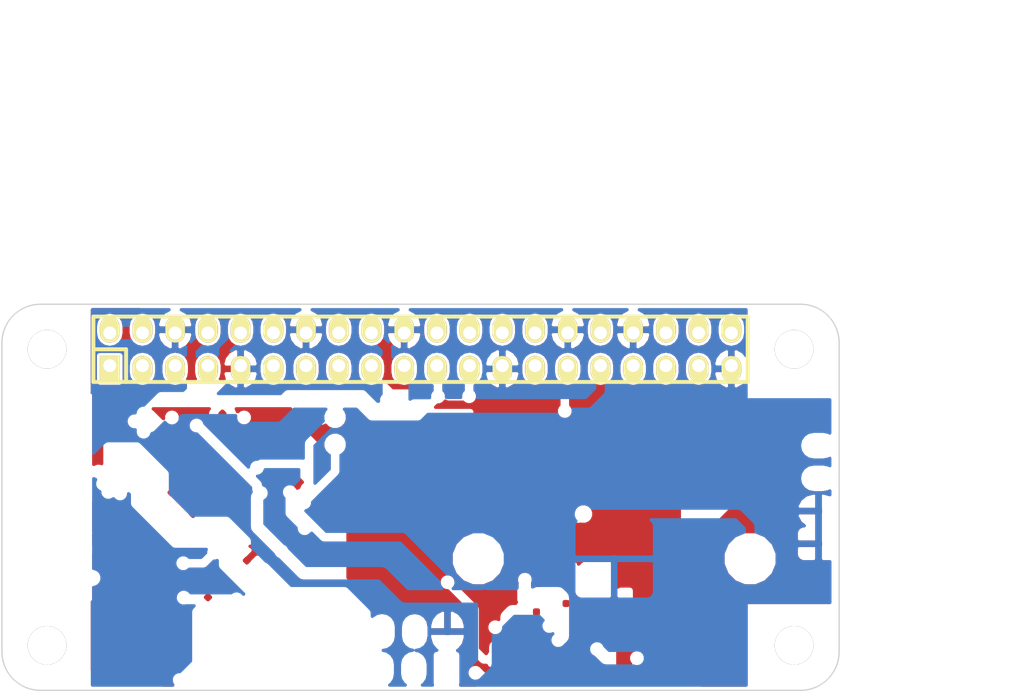
<source format=kicad_pcb>
(kicad_pcb (version 4) (host pcbnew "(2015-08-15 BZR 6092)-product")

  (general
    (links 8)
    (no_connects 1)
    (area 35.49 14.500001 119.679167 72.1685)
    (thickness 1.6)
    (drawings 12)
    (tracks 0)
    (zones 0)
    (modules 5)
    (nets 32)
  )

  (page A4)
  (title_block
    (title "Raspberry Pi Hat Template")
    (date 2015-12-24)
    (rev 0.1)
    (company OpenFet)
    (comment 1 "Author: Julien")
    (comment 2 "License: CERN OHL V1.2")
  )

  (layers
    (0 F.Cu signal)
    (31 B.Cu signal)
    (32 B.Adhes user)
    (33 F.Adhes user)
    (34 B.Paste user)
    (35 F.Paste user)
    (36 B.SilkS user)
    (37 F.SilkS user)
    (38 B.Mask user)
    (39 F.Mask user)
    (40 Dwgs.User user)
    (41 Cmts.User user)
    (42 Eco1.User user)
    (43 Eco2.User user)
    (44 Edge.Cuts user)
    (45 Margin user)
    (46 B.CrtYd user)
    (47 F.CrtYd user)
    (48 B.Fab user)
    (49 F.Fab user)
  )

  (setup
    (last_trace_width 0.2)
    (user_trace_width 0.1)
    (user_trace_width 0.2)
    (user_trace_width 0.3)
    (user_trace_width 0.4)
    (user_trace_width 0.5)
    (user_trace_width 0.6)
    (user_trace_width 0.8)
    (user_trace_width 1)
    (trace_clearance 0.15)
    (zone_clearance 0.23)
    (zone_45_only yes)
    (trace_min 0.1)
    (segment_width 0.35)
    (edge_width 0.1)
    (via_size 0.889)
    (via_drill 0.635)
    (via_min_size 0.26)
    (via_min_drill 0.16)
    (user_via 0.6 0.32)
    (user_via 1.5 0.8)
    (uvia_size 0.508)
    (uvia_drill 0.127)
    (uvias_allowed no)
    (uvia_min_size 0.508)
    (uvia_min_drill 0.127)
    (pcb_text_width 0.3)
    (pcb_text_size 1.5 1.5)
    (mod_edge_width 0.15)
    (mod_text_size 1 1)
    (mod_text_width 0.15)
    (pad_size 1.2 1.2)
    (pad_drill 0.5)
    (pad_to_mask_clearance 0)
    (aux_axis_origin 0 0)
    (grid_origin 211.1 101.7)
    (visible_elements 7FFFF77F)
    (pcbplotparams
      (layerselection 0x010f0_80000001)
      (usegerberextensions false)
      (excludeedgelayer true)
      (linewidth 0.100000)
      (plotframeref false)
      (viasonmask false)
      (mode 1)
      (useauxorigin false)
      (hpglpennumber 1)
      (hpglpenspeed 20)
      (hpglpendiameter 15)
      (hpglpenoverlay 2)
      (psnegative false)
      (psa4output false)
      (plotreference true)
      (plotvalue true)
      (plotinvisibletext false)
      (padsonsilk false)
      (subtractmaskfromsilk false)
      (outputformat 1)
      (mirror false)
      (drillshape 0)
      (scaleselection 1)
      (outputdirectory /home/mangokid/Desktop/hat_gerber/))
  )

  (net 0 "")
  (net 1 GND)
  (net 2 "/Back Power Protection/5V_MCU")
  (net 3 "Net-(P3-Pad27)")
  (net 4 "Net-(P3-Pad28)")
  (net 5 "Net-(P3-Pad1)")
  (net 6 "Net-(P3-Pad3)")
  (net 7 "Net-(P3-Pad5)")
  (net 8 "Net-(P3-Pad7)")
  (net 9 "Net-(P3-Pad11)")
  (net 10 "Net-(P3-Pad12)")
  (net 11 "Net-(P3-Pad13)")
  (net 12 "Net-(P3-Pad15)")
  (net 13 "Net-(P3-Pad16)")
  (net 14 "Net-(P3-Pad17)")
  (net 15 "Net-(P3-Pad26)")
  (net 16 "Net-(P3-Pad32)")
  (net 17 "Net-(P3-Pad33)")
  (net 18 "Net-(P3-Pad35)")
  (net 19 "Net-(P3-Pad36)")
  (net 20 "Net-(P3-Pad37)")
  (net 21 "Net-(P3-Pad40)")
  (net 22 /PI_GPIO5)
  (net 23 /PI_GPIO6)
  (net 24 /PI_TXD)
  (net 25 /PI_RXD)
  (net 26 /PI_SPI_SCLK)
  (net 27 /PI_SPI_CE0)
  (net 28 /nRF_SWDIO)
  (net 29 /nRF_SWDCLK)
  (net 30 /PI_SPI_MOSI)
  (net 31 /PI_SPI_MISO)

  (net_class Default "This is the default net class."
    (clearance 0.15)
    (trace_width 0.2)
    (via_dia 0.889)
    (via_drill 0.635)
    (uvia_dia 0.508)
    (uvia_drill 0.127)
    (add_net "/Back Power Protection/5V_MCU")
    (add_net /PI_GPIO5)
    (add_net /PI_GPIO6)
    (add_net /PI_RXD)
    (add_net /PI_SPI_CE0)
    (add_net /PI_SPI_MISO)
    (add_net /PI_SPI_MOSI)
    (add_net /PI_SPI_SCLK)
    (add_net /PI_TXD)
    (add_net /nRF_SWDCLK)
    (add_net /nRF_SWDIO)
    (add_net GND)
    (add_net "Net-(P3-Pad1)")
    (add_net "Net-(P3-Pad11)")
    (add_net "Net-(P3-Pad12)")
    (add_net "Net-(P3-Pad13)")
    (add_net "Net-(P3-Pad15)")
    (add_net "Net-(P3-Pad16)")
    (add_net "Net-(P3-Pad17)")
    (add_net "Net-(P3-Pad26)")
    (add_net "Net-(P3-Pad27)")
    (add_net "Net-(P3-Pad28)")
    (add_net "Net-(P3-Pad3)")
    (add_net "Net-(P3-Pad32)")
    (add_net "Net-(P3-Pad33)")
    (add_net "Net-(P3-Pad35)")
    (add_net "Net-(P3-Pad36)")
    (add_net "Net-(P3-Pad37)")
    (add_net "Net-(P3-Pad40)")
    (add_net "Net-(P3-Pad5)")
    (add_net "Net-(P3-Pad7)")
  )

  (module Mounting_Holes:MountingHole_3mm (layer F.Cu) (tedit 5687A906) (tstamp 5684F8FD)
    (at 99.6 43.2)
    (descr "Mounting hole, Befestigungsbohrung, 3mm, No Annular, Kein Restring,")
    (tags "Mounting hole, Befestigungsbohrung, 3mm, No Annular, Kein Restring,")
    (fp_text reference REF** (at 0 -4.0005) (layer F.SilkS) hide
      (effects (font (size 0.5 0.5) (thickness 0.125)))
    )
    (fp_text value MountingHole_3mm (at 1.00076 5.00126) (layer F.Fab) hide
      (effects (font (size 0.5 0.5) (thickness 0.125)))
    )
    (fp_circle (center 0 0) (end 3 0) (layer Cmts.User) (width 0.381))
    (pad 1 thru_hole circle (at 0 0) (size 3 3) (drill 3) (layers))
  )

  (module w_pin_strip:pin_socket_20x2 (layer F.Cu) (tedit 57E74651) (tstamp 5509D7DA)
    (at 70.6 43.2)
    (descr "Pin socket 20x2pin")
    (tags "CONN DEV")
    (path /54E92361)
    (fp_text reference P3 (at 25 3.1) (layer F.SilkS) hide
      (effects (font (size 0.5 0.5) (thickness 0.125)))
    )
    (fp_text value Raspberry_Pi_+_Conn (at 0 -5.08) (layer F.SilkS) hide
      (effects (font (size 0.5 0.5) (thickness 0.125)))
    )
    (fp_line (start 25.4 2.54) (end -25.4 2.54) (layer F.SilkS) (width 0.3048))
    (fp_line (start -25.4 -2.54) (end 25.4 -2.54) (layer F.SilkS) (width 0.3048))
    (fp_line (start -25.4 0) (end -22.86 0) (layer F.SilkS) (width 0.3048))
    (fp_line (start -22.86 0) (end -22.86 2.54) (layer F.SilkS) (width 0.3048))
    (fp_line (start -25.4 -2.54) (end -25.4 2.54) (layer F.SilkS) (width 0.3048))
    (fp_line (start 25.4 2.54) (end 25.4 -2.54) (layer F.SilkS) (width 0.3048))
    (pad 1 thru_hole rect (at -24.13 1.27) (size 1.524 1.99898) (drill 1.00076 (offset 0 0.24892)) (layers *.Cu *.Mask F.SilkS)
      (net 5 "Net-(P3-Pad1)"))
    (pad 2 thru_hole oval (at -24.13 -1.27) (size 1.524 1.99898) (drill 1.00076 (offset 0 -0.24892)) (layers *.Cu *.Mask F.SilkS)
      (net 2 "/Back Power Protection/5V_MCU"))
    (pad 3 thru_hole oval (at -21.59 1.27) (size 1.524 1.99898) (drill 1.00076 (offset 0 0.24892)) (layers *.Cu *.Mask F.SilkS)
      (net 6 "Net-(P3-Pad3)"))
    (pad 4 thru_hole oval (at -21.59 -1.27) (size 1.524 1.99898) (drill 1.00076 (offset 0 -0.24892)) (layers *.Cu *.Mask F.SilkS)
      (net 2 "/Back Power Protection/5V_MCU"))
    (pad 5 thru_hole oval (at -19.05 1.27) (size 1.524 1.99898) (drill 1.00076 (offset 0 0.24892)) (layers *.Cu *.Mask F.SilkS)
      (net 7 "Net-(P3-Pad5)"))
    (pad 6 thru_hole oval (at -19.05 -1.27) (size 1.524 1.99898) (drill 1.00076 (offset 0 -0.24892)) (layers *.Cu *.Mask F.SilkS)
      (net 1 GND))
    (pad 7 thru_hole oval (at -16.51 1.27) (size 1.524 1.99898) (drill 1.00076 (offset 0 0.24892)) (layers *.Cu *.Mask F.SilkS)
      (net 8 "Net-(P3-Pad7)"))
    (pad 8 thru_hole oval (at -16.51 -1.27) (size 1.524 1.99898) (drill 1.00076 (offset 0 -0.24892)) (layers *.Cu *.Mask F.SilkS)
      (net 24 /PI_TXD))
    (pad 9 thru_hole oval (at -13.97 1.27) (size 1.524 1.99898) (drill 1.00076 (offset 0 0.24892)) (layers *.Cu *.Mask F.SilkS)
      (net 1 GND))
    (pad 10 thru_hole oval (at -13.97 -1.27) (size 1.524 1.99898) (drill 1.00076 (offset 0 -0.24892)) (layers *.Cu *.Mask F.SilkS)
      (net 25 /PI_RXD))
    (pad 11 thru_hole oval (at -11.43 1.27) (size 1.524 1.99898) (drill 1.00076 (offset 0 0.24892)) (layers *.Cu *.Mask F.SilkS)
      (net 9 "Net-(P3-Pad11)"))
    (pad 12 thru_hole oval (at -11.43 -1.27) (size 1.524 1.99898) (drill 1.00076 (offset 0 -0.24892)) (layers *.Cu *.Mask F.SilkS)
      (net 10 "Net-(P3-Pad12)"))
    (pad 13 thru_hole oval (at -8.89 1.27) (size 1.524 1.99898) (drill 1.00076 (offset 0 0.24892)) (layers *.Cu *.Mask F.SilkS)
      (net 11 "Net-(P3-Pad13)"))
    (pad 14 thru_hole oval (at -8.89 -1.27) (size 1.524 1.99898) (drill 1.00076 (offset 0 -0.24892)) (layers *.Cu *.Mask F.SilkS)
      (net 1 GND))
    (pad 15 thru_hole oval (at -6.35 1.27) (size 1.524 1.99898) (drill 1.00076 (offset 0 0.24892)) (layers *.Cu *.Mask F.SilkS)
      (net 12 "Net-(P3-Pad15)"))
    (pad 16 thru_hole oval (at -6.35 -1.27) (size 1.524 1.99898) (drill 1.00076 (offset 0 -0.24892)) (layers *.Cu *.Mask F.SilkS)
      (net 13 "Net-(P3-Pad16)"))
    (pad 17 thru_hole oval (at -3.81 1.27) (size 1.524 1.99898) (drill 1.00076 (offset 0 0.24892)) (layers *.Cu *.Mask F.SilkS)
      (net 14 "Net-(P3-Pad17)"))
    (pad 18 thru_hole oval (at -3.81 -1.27) (size 1.524 1.99898) (drill 1.00076 (offset 0 -0.24892)) (layers *.Cu *.Mask F.SilkS)
      (net 28 /nRF_SWDIO))
    (pad 19 thru_hole oval (at -1.27 1.27) (size 1.524 1.99898) (drill 1.00076 (offset 0 0.24892)) (layers *.Cu *.Mask F.SilkS)
      (net 30 /PI_SPI_MOSI))
    (pad 20 thru_hole oval (at -1.27 -1.27) (size 1.524 1.99898) (drill 1.00076 (offset 0 -0.24892)) (layers *.Cu *.Mask F.SilkS)
      (net 1 GND))
    (pad 21 thru_hole oval (at 1.27 1.27) (size 1.524 1.99898) (drill 1.00076 (offset 0 0.24892)) (layers *.Cu *.Mask F.SilkS)
      (net 31 /PI_SPI_MISO))
    (pad 22 thru_hole oval (at 1.27 -1.27) (size 1.524 1.99898) (drill 1.00076 (offset 0 -0.24892)) (layers *.Cu *.Mask F.SilkS)
      (net 29 /nRF_SWDCLK))
    (pad 23 thru_hole oval (at 3.81 1.27) (size 1.524 1.99898) (drill 1.00076 (offset 0 0.24892)) (layers *.Cu *.Mask F.SilkS)
      (net 26 /PI_SPI_SCLK))
    (pad 24 thru_hole oval (at 3.81 -1.27) (size 1.524 1.99898) (drill 1.00076 (offset 0 -0.24892)) (layers *.Cu *.Mask F.SilkS)
      (net 27 /PI_SPI_CE0))
    (pad 25 thru_hole oval (at 6.35 1.27) (size 1.524 1.99898) (drill 1.00076 (offset 0 0.24892)) (layers *.Cu *.Mask F.SilkS)
      (net 1 GND))
    (pad 26 thru_hole oval (at 6.35 -1.27) (size 1.524 1.99898) (drill 1.00076 (offset 0 -0.24892)) (layers *.Cu *.Mask F.SilkS)
      (net 15 "Net-(P3-Pad26)"))
    (pad 27 thru_hole oval (at 8.89 1.27) (size 1.524 1.99898) (drill 1.00076 (offset 0 0.24892)) (layers *.Cu *.Mask F.SilkS)
      (net 3 "Net-(P3-Pad27)"))
    (pad 28 thru_hole oval (at 8.89 -1.27) (size 1.524 1.99898) (drill 1.00076 (offset 0 -0.24892)) (layers *.Cu *.Mask F.SilkS)
      (net 4 "Net-(P3-Pad28)"))
    (pad 29 thru_hole oval (at 11.43 1.27) (size 1.524 1.99898) (drill 1.00076 (offset 0 0.24892)) (layers *.Cu *.Mask F.SilkS)
      (net 22 /PI_GPIO5))
    (pad 30 thru_hole oval (at 11.43 -1.27) (size 1.524 1.99898) (drill 1.00076 (offset 0 -0.24892)) (layers *.Cu *.Mask F.SilkS)
      (net 1 GND))
    (pad 31 thru_hole oval (at 13.97 1.27) (size 1.524 1.99898) (drill 1.00076 (offset 0 0.24892)) (layers *.Cu *.Mask F.SilkS)
      (net 23 /PI_GPIO6))
    (pad 32 thru_hole oval (at 13.97 -1.27) (size 1.524 1.99898) (drill 1.00076 (offset 0 -0.24892)) (layers *.Cu *.Mask F.SilkS)
      (net 16 "Net-(P3-Pad32)"))
    (pad 33 thru_hole oval (at 16.51 1.27) (size 1.524 1.99898) (drill 1.00076 (offset 0 0.24892)) (layers *.Cu *.Mask F.SilkS)
      (net 17 "Net-(P3-Pad33)"))
    (pad 34 thru_hole oval (at 16.51 -1.27) (size 1.524 1.99898) (drill 1.00076 (offset 0 -0.24892)) (layers *.Cu *.Mask F.SilkS)
      (net 1 GND))
    (pad 35 thru_hole oval (at 19.05 1.27) (size 1.524 1.99898) (drill 1.00076 (offset 0 0.24892)) (layers *.Cu *.Mask F.SilkS)
      (net 18 "Net-(P3-Pad35)"))
    (pad 36 thru_hole oval (at 19.05 -1.27) (size 1.524 1.99898) (drill 1.00076 (offset 0 -0.24892)) (layers *.Cu *.Mask F.SilkS)
      (net 19 "Net-(P3-Pad36)"))
    (pad 37 thru_hole oval (at 21.59 1.27) (size 1.524 1.99898) (drill 1.00076 (offset 0 0.24892)) (layers *.Cu *.Mask F.SilkS)
      (net 20 "Net-(P3-Pad37)"))
    (pad 38 thru_hole oval (at 21.59 -1.27) (size 1.524 1.99898) (drill 1.00076 (offset 0 -0.24892)) (layers *.Cu *.Mask F.SilkS))
    (pad 39 thru_hole oval (at 24.13 1.27) (size 1.524 1.99898) (drill 1.00076 (offset 0 0.24892)) (layers *.Cu *.Mask F.SilkS)
      (net 1 GND))
    (pad 40 thru_hole oval (at 24.13 -1.27) (size 1.524 1.99898) (drill 1.00076 (offset 0 -0.24892)) (layers *.Cu *.Mask F.SilkS)
      (net 21 "Net-(P3-Pad40)"))
    (model ../../../../../home/mangokid/kicad_libs/modules/packages3d/walter/pin_strip/pin_socket_20x2.wrl
      (at (xyz 0 0 -0.025))
      (scale (xyz 1 1 1))
      (rotate (xyz 0 180 0))
    )
  )

  (module Mounting_Holes:MountingHole_3mm (layer F.Cu) (tedit 5687A909) (tstamp 5684F8FC)
    (at 41.6 43.2)
    (descr "Mounting hole, Befestigungsbohrung, 3mm, No Annular, Kein Restring,")
    (tags "Mounting hole, Befestigungsbohrung, 3mm, No Annular, Kein Restring,")
    (fp_text reference REF** (at 0 -4.0005) (layer F.SilkS) hide
      (effects (font (size 0.5 0.5) (thickness 0.125)))
    )
    (fp_text value MountingHole_3mm (at 1.00076 5.00126) (layer F.Fab) hide
      (effects (font (size 0.5 0.5) (thickness 0.125)))
    )
    (fp_circle (center 0 0) (end 3 0) (layer Cmts.User) (width 0.381))
    (pad 1 thru_hole circle (at 0 0) (size 3 3) (drill 3) (layers))
  )

  (module Mounting_Holes:MountingHole_3mm (layer F.Cu) (tedit 5687A5B1) (tstamp 5684F8FE)
    (at 99.6 66.2)
    (descr "Mounting hole, Befestigungsbohrung, 3mm, No Annular, Kein Restring,")
    (tags "Mounting hole, Befestigungsbohrung, 3mm, No Annular, Kein Restring,")
    (fp_text reference REF** (at 0 -4.0005) (layer F.SilkS) hide
      (effects (font (size 0.5 0.5) (thickness 0.125)))
    )
    (fp_text value MountingHole_3mm (at 1.00076 5.00126) (layer F.Fab) hide
      (effects (font (size 0.5 0.5) (thickness 0.125)))
    )
    (fp_circle (center 0 0) (end 3 0) (layer Cmts.User) (width 0.381))
    (pad 1 thru_hole circle (at 0 0) (size 3 3) (drill 3) (layers))
  )

  (module Mounting_Holes:MountingHole_3mm (layer F.Cu) (tedit 5687A904) (tstamp 5684F8FF)
    (at 41.6 66.2)
    (descr "Mounting hole, Befestigungsbohrung, 3mm, No Annular, Kein Restring,")
    (tags "Mounting hole, Befestigungsbohrung, 3mm, No Annular, Kein Restring,")
    (fp_text reference REF** (at 0 -4.0005) (layer F.SilkS) hide
      (effects (font (size 0.5 0.5) (thickness 0.125)))
    )
    (fp_text value MountingHole_3mm (at 1.00076 5.00126) (layer F.Fab) hide
      (effects (font (size 0.5 0.5) (thickness 0.125)))
    )
    (fp_circle (center 0 0) (end 3 0) (layer Cmts.User) (width 0.381))
    (pad 1 thru_hole circle (at 0 0) (size 3 3) (drill 3) (layers))
  )

  (dimension 30 (width 0.3) (layer Dwgs.User)
    (gr_text "30.000 mm" (at 117.45 54.7 270) (layer Dwgs.User) (tstamp 5684FADD)
      (effects (font (size 0.5 0.5) (thickness 0.125)))
    )
    (feature1 (pts (xy 100.1 69.7) (xy 118.8 69.7)))
    (feature2 (pts (xy 100.1 39.7) (xy 118.8 39.7)))
    (crossbar (pts (xy 116.1 39.7) (xy 116.1 69.7)))
    (arrow1a (pts (xy 116.1 69.7) (xy 115.513579 68.573496)))
    (arrow1b (pts (xy 116.1 69.7) (xy 116.686421 68.573496)))
    (arrow2a (pts (xy 116.1 39.7) (xy 115.513579 40.826504)))
    (arrow2b (pts (xy 116.1 39.7) (xy 116.686421 40.826504)))
  )
  (dimension 65 (width 0.3) (layer Dwgs.User)
    (gr_text "65.000 mm" (at 70.6 15.850001) (layer Dwgs.User)
      (effects (font (size 0.5 0.5) (thickness 0.125)))
    )
    (feature1 (pts (xy 38.1 42.7) (xy 38.1 14.500001)))
    (feature2 (pts (xy 103.1 42.7) (xy 103.1 14.500001)))
    (crossbar (pts (xy 103.1 17.200001) (xy 38.1 17.200001)))
    (arrow1a (pts (xy 38.1 17.200001) (xy 39.226504 16.61358)))
    (arrow1b (pts (xy 38.1 17.200001) (xy 39.226504 17.786422)))
    (arrow2a (pts (xy 103.1 17.200001) (xy 101.973496 16.61358)))
    (arrow2b (pts (xy 103.1 17.200001) (xy 101.973496 17.786422)))
  )
  (dimension 23 (width 0.3) (layer Dwgs.User)
    (gr_text "23.000 mm" (at 109.45 54.7 270) (layer Dwgs.User)
      (effects (font (size 0.5 0.5) (thickness 0.125)))
    )
    (feature1 (pts (xy 99.6 66.2) (xy 110.8 66.2)))
    (feature2 (pts (xy 99.6 43.2) (xy 110.8 43.2)))
    (crossbar (pts (xy 108.1 43.2) (xy 108.1 66.2)))
    (arrow1a (pts (xy 108.1 66.2) (xy 107.513579 65.073496)))
    (arrow1b (pts (xy 108.1 66.2) (xy 108.686421 65.073496)))
    (arrow2a (pts (xy 108.1 43.2) (xy 107.513579 44.326504)))
    (arrow2b (pts (xy 108.1 43.2) (xy 108.686421 44.326504)))
  )
  (gr_line (start 41.1 69.7) (end 100.1 69.7) (angle 90) (layer Edge.Cuts) (width 0.1))
  (gr_line (start 38.1 42.7) (end 38.1 66.7) (angle 90) (layer Edge.Cuts) (width 0.1))
  (gr_line (start 100.1 39.7) (end 41.1 39.7) (angle 90) (layer Edge.Cuts) (width 0.1))
  (gr_line (start 103.1 66.7) (end 103.1 42.7) (angle 90) (layer Edge.Cuts) (width 0.1))
  (gr_arc (start 100.1 42.7) (end 100.1 39.7) (angle 90) (layer Edge.Cuts) (width 0.1))
  (gr_arc (start 100.1 66.7) (end 103.1 66.7) (angle 90) (layer Edge.Cuts) (width 0.1))
  (gr_arc (start 41.1 66.7) (end 41.1 69.7) (angle 90) (layer Edge.Cuts) (width 0.1))
  (dimension 58 (width 0.3) (layer Dwgs.User)
    (gr_text "58.000 mm" (at 70.6 26.35) (layer Dwgs.User)
      (effects (font (size 0.5 0.5) (thickness 0.125)))
    )
    (feature1 (pts (xy 99.6 43.2) (xy 99.6 25)))
    (feature2 (pts (xy 41.6 43.2) (xy 41.6 25)))
    (crossbar (pts (xy 41.6 27.7) (xy 99.6 27.7)))
    (arrow1a (pts (xy 99.6 27.7) (xy 98.473496 28.286421)))
    (arrow1b (pts (xy 99.6 27.7) (xy 98.473496 27.113579)))
    (arrow2a (pts (xy 41.6 27.7) (xy 42.726504 28.286421)))
    (arrow2b (pts (xy 41.6 27.7) (xy 42.726504 27.113579)))
  )
  (gr_arc (start 41.1 42.7) (end 38.1 42.7) (angle 90) (layer Edge.Cuts) (width 0.1))

  (zone (net 1) (net_name GND) (layer F.Cu) (tstamp 0) (hatch edge 0.508)
    (connect_pads (clearance 0.23))
    (min_thickness 0.254)
    (fill yes (arc_segments 16) (thermal_gap 0.508) (thermal_bridge_width 0.508))
    (polygon
      (pts
        (xy 38.5 46.5) (xy 45 46.5) (xy 45 40) (xy 96 40) (xy 96 47)
        (xy 102.5 47) (xy 102.5 63) (xy 96 63) (xy 96 69.5) (xy 45 69.5)
        (xy 45 62.8) (xy 38.5 62.8)
      )
    )
    (filled_polygon
      (pts
        (xy 99.80018 53.887) (xy 100.252682 53.887) (xy 100.342387 54.021252) (xy 100.705416 54.263821) (xy 101.133639 54.349)
        (xy 101.866361 54.349) (xy 102.294584 54.263821) (xy 102.373 54.211425) (xy 102.373 54.493478) (xy 101.96482 54.373)
        (xy 101.627 54.373) (xy 101.627 55.643) (xy 101.647 55.643) (xy 101.647 55.897) (xy 101.627 55.897)
        (xy 101.627 58.183) (xy 101.647 58.183) (xy 101.647 58.437) (xy 101.627 58.437) (xy 101.627 59.54825)
        (xy 101.78575 59.707) (xy 102.373 59.707) (xy 102.373 62.873) (xy 96 62.873) (xy 95.95059 62.883006)
        (xy 95.908965 62.911447) (xy 95.881685 62.953841) (xy 95.873 63) (xy 95.873 69.293) (xy 92.436138 69.293)
        (xy 93.664569 68.064569) (xy 93.806989 67.851423) (xy 93.857 67.6) (xy 93.857 59.89727) (xy 94.082635 59.89727)
        (xy 94.40273 60.671961) (xy 94.994922 61.265186) (xy 95.769053 61.586634) (xy 96.60727 61.587365) (xy 97.381961 61.26727)
        (xy 97.975186 60.675078) (xy 98.296634 59.900947) (xy 98.297365 59.06273) (xy 98.104414 58.59575) (xy 99.76518 58.59575)
        (xy 99.76518 59.198309) (xy 99.861853 59.431698) (xy 100.040481 59.610327) (xy 100.27387 59.707) (xy 101.21425 59.707)
        (xy 101.373 59.54825) (xy 101.373 58.437) (xy 99.92393 58.437) (xy 99.76518 58.59575) (xy 98.104414 58.59575)
        (xy 97.97727 58.288039) (xy 97.385078 57.694814) (xy 96.727327 57.421691) (xy 99.76518 57.421691) (xy 99.76518 58.02425)
        (xy 99.92393 58.183) (xy 101.373 58.183) (xy 101.373 55.897) (xy 99.93046 55.897) (xy 99.80796 56.11307)
        (xy 99.82292 56.187277) (xy 100.08455 56.668026) (xy 100.387668 56.913) (xy 100.27387 56.913) (xy 100.040481 57.009673)
        (xy 99.861853 57.188302) (xy 99.76518 57.421691) (xy 96.727327 57.421691) (xy 96.610947 57.373366) (xy 95.77273 57.372635)
        (xy 94.998039 57.69273) (xy 94.404814 58.284922) (xy 94.083366 59.059053) (xy 94.082635 59.89727) (xy 93.857 59.89727)
        (xy 93.857 56.472138) (xy 94.902208 55.42693) (xy 99.80796 55.42693) (xy 99.93046 55.643) (xy 101.373 55.643)
        (xy 101.373 54.373) (xy 101.03518 54.373) (xy 100.510239 54.527941) (xy 100.08455 54.871974) (xy 99.82292 55.352723)
        (xy 99.80796 55.42693) (xy 94.902208 55.42693) (xy 96.472138 53.857) (xy 99.649359 53.857)
      )
    )
    (filled_polygon
      (pts
        (xy 75.916179 40.988792) (xy 75.831 41.417015) (xy 75.831 41.945145) (xy 75.916179 42.373368) (xy 76.158748 42.736397)
        (xy 76.521777 42.978966) (xy 76.95 43.064145) (xy 77.378223 42.978966) (xy 77.741252 42.736397) (xy 77.983821 42.373368)
        (xy 78.069 41.945145) (xy 78.069 41.417015) (xy 77.983821 40.988792) (xy 77.916861 40.88858) (xy 78.523139 40.88858)
        (xy 78.456179 40.988792) (xy 78.371 41.417015) (xy 78.371 41.945145) (xy 78.456179 42.373368) (xy 78.698748 42.736397)
        (xy 79.061777 42.978966) (xy 79.49 43.064145) (xy 79.918223 42.978966) (xy 80.281252 42.736397) (xy 80.523821 42.373368)
        (xy 80.592367 42.028762) (xy 80.627973 42.028762) (xy 80.776865 42.556907) (xy 81.116535 42.98787) (xy 81.595272 43.256042)
        (xy 81.68693 43.27279) (xy 81.903 43.15029) (xy 81.903 41.80808) (xy 82.157 41.80808) (xy 82.157 43.15029)
        (xy 82.37307 43.27279) (xy 82.464728 43.256042) (xy 82.943465 42.98787) (xy 83.283135 42.556907) (xy 83.432027 42.028762)
        (xy 83.273254 41.80808) (xy 82.157 41.80808) (xy 81.903 41.80808) (xy 80.786746 41.80808) (xy 80.627973 42.028762)
        (xy 80.592367 42.028762) (xy 80.609 41.945145) (xy 80.609 41.417015) (xy 80.523821 40.988792) (xy 80.456861 40.88858)
        (xy 80.753374 40.88858) (xy 80.627973 41.333398) (xy 80.786746 41.55408) (xy 81.903 41.55408) (xy 81.903 41.53408)
        (xy 82.157 41.53408) (xy 82.157 41.55408) (xy 83.273254 41.55408) (xy 83.432027 41.333398) (xy 83.306626 40.88858)
        (xy 83.603139 40.88858) (xy 83.536179 40.988792) (xy 83.451 41.417015) (xy 83.451 41.945145) (xy 83.536179 42.373368)
        (xy 83.778748 42.736397) (xy 84.141777 42.978966) (xy 84.57 43.064145) (xy 84.998223 42.978966) (xy 85.361252 42.736397)
        (xy 85.603821 42.373368) (xy 85.672367 42.028762) (xy 85.707973 42.028762) (xy 85.856865 42.556907) (xy 86.196535 42.98787)
        (xy 86.675272 43.256042) (xy 86.76693 43.27279) (xy 86.983 43.15029) (xy 86.983 41.80808) (xy 87.237 41.80808)
        (xy 87.237 43.15029) (xy 87.45307 43.27279) (xy 87.544728 43.256042) (xy 88.023465 42.98787) (xy 88.363135 42.556907)
        (xy 88.512027 42.028762) (xy 88.353254 41.80808) (xy 87.237 41.80808) (xy 86.983 41.80808) (xy 85.866746 41.80808)
        (xy 85.707973 42.028762) (xy 85.672367 42.028762) (xy 85.689 41.945145) (xy 85.689 41.417015) (xy 85.603821 40.988792)
        (xy 85.536861 40.88858) (xy 85.833374 40.88858) (xy 85.707973 41.333398) (xy 85.866746 41.55408) (xy 86.983 41.55408)
        (xy 86.983 41.53408) (xy 87.237 41.53408) (xy 87.237 41.55408) (xy 88.353254 41.55408) (xy 88.512027 41.333398)
        (xy 88.386626 40.88858) (xy 88.683139 40.88858) (xy 88.616179 40.988792) (xy 88.531 41.417015) (xy 88.531 41.945145)
        (xy 88.616179 42.373368) (xy 88.858748 42.736397) (xy 89.221777 42.978966) (xy 89.65 43.064145) (xy 90.078223 42.978966)
        (xy 90.441252 42.736397) (xy 90.683821 42.373368) (xy 90.769 41.945145) (xy 90.769 41.417015) (xy 90.683821 40.988792)
        (xy 90.616861 40.88858) (xy 91.223139 40.88858) (xy 91.156179 40.988792) (xy 91.071 41.417015) (xy 91.071 41.945145)
        (xy 91.156179 42.373368) (xy 91.398748 42.736397) (xy 91.761777 42.978966) (xy 92.19 43.064145) (xy 92.618223 42.978966)
        (xy 92.981252 42.736397) (xy 93.223821 42.373368) (xy 93.309 41.945145) (xy 93.309 41.417015) (xy 93.223821 40.988792)
        (xy 93.156861 40.88858) (xy 93.763139 40.88858) (xy 93.696179 40.988792) (xy 93.611 41.417015) (xy 93.611 41.945145)
        (xy 93.696179 42.373368) (xy 93.938748 42.736397) (xy 94.301777 42.978966) (xy 94.73 43.064145) (xy 95.158223 42.978966)
        (xy 95.521252 42.736397) (xy 95.543 42.703849) (xy 95.543 43.355853) (xy 95.164728 43.143958) (xy 95.07307 43.12721)
        (xy 94.857 43.24971) (xy 94.857 44.59192) (xy 94.877 44.59192) (xy 94.877 44.84592) (xy 94.857 44.84592)
        (xy 94.857 46.18813) (xy 95.07307 46.31063) (xy 95.164728 46.293882) (xy 95.543 46.081987) (xy 95.543 49.198572)
        (xy 90.870786 53.870786) (xy 90.739205 54.067711) (xy 90.693 54.3) (xy 90.693 66.048572) (xy 90.148572 66.593)
        (xy 87.651395 66.593) (xy 87.531259 66.543115) (xy 87.269888 66.542887) (xy 87.028326 66.642698) (xy 86.843348 66.827354)
        (xy 86.743115 67.068741) (xy 86.742887 67.330112) (xy 86.842698 67.571674) (xy 86.9139 67.643) (xy 85.916214 67.643)
        (xy 85.916214 66.65626) (xy 85.9095 66.620578) (xy 85.9095 64.43608) (xy 86.02444 64.48369) (xy 86.21425 64.48369)
        (xy 86.373 64.32494) (xy 86.373 63.57564) (xy 86.627 63.57564) (xy 86.627 64.32494) (xy 86.78575 64.48369)
        (xy 86.97556 64.48369) (xy 87.208949 64.387017) (xy 87.387577 64.208388) (xy 87.48425 63.974999) (xy 87.48425 63.73439)
        (xy 87.3255 63.57564) (xy 86.627 63.57564) (xy 86.373 63.57564) (xy 86.353 63.57564) (xy 86.353 63.32164)
        (xy 86.373 63.32164) (xy 86.373 63.30164) (xy 86.627 63.30164) (xy 86.627 63.32164) (xy 87.3255 63.32164)
        (xy 87.48425 63.16289) (xy 87.48425 62.922281) (xy 87.387577 62.688892) (xy 87.213244 62.514558) (xy 87.213244 61.95131)
        (xy 87.188351 61.819014) (xy 87.110164 61.697508) (xy 86.990864 61.615994) (xy 86.84925 61.587316) (xy 86.15075 61.587316)
        (xy 86.018454 61.612209) (xy 85.916214 61.677999) (xy 85.916214 60.94298) (xy 85.9095 60.907298) (xy 85.9095 60.34298)
        (xy 85.859489 60.091557) (xy 85.717069 59.878411) (xy 85.574089 59.735431) (xy 85.360943 59.593011) (xy 85.10952 59.543)
        (xy 83.49048 59.543) (xy 83.239057 59.593011) (xy 83.025911 59.735431) (xy 82.882931 59.878411) (xy 82.871832 59.895022)
        (xy 82.787577 59.691612) (xy 82.608949 59.512983) (xy 82.37556 59.41631) (xy 82.18575 59.41631) (xy 82.027 59.57506)
        (xy 82.027 60.32436) (xy 82.047 60.32436) (xy 82.047 60.57836) (xy 82.027 60.57836) (xy 82.027 60.59836)
        (xy 81.773 60.59836) (xy 81.773 60.57836) (xy 81.0745 60.57836) (xy 80.91575 60.73711) (xy 80.91575 60.977719)
        (xy 81.012423 61.211108) (xy 81.186756 61.385442) (xy 81.186756 61.51687) (xy 81.113134 61.402458) (xy 80.993834 61.320944)
        (xy 80.85222 61.292266) (xy 80.25278 61.292266) (xy 80.120484 61.317159) (xy 79.998978 61.395346) (xy 79.917464 61.514646)
        (xy 79.911722 61.543) (xy 79.699997 61.543) (xy 79.569888 61.542887) (xy 79.448579 61.593011) (xy 79.448577 61.593011)
        (xy 79.448575 61.593012) (xy 79.328326 61.642698) (xy 79.311214 61.65978) (xy 79.311214 61.65626) (xy 79.307 61.633864)
        (xy 79.307 61.351395) (xy 79.356885 61.231259) (xy 79.357113 60.969888) (xy 79.331432 60.907734) (xy 79.89972 60.907734)
        (xy 80.032016 60.882841) (xy 80.153522 60.804654) (xy 80.235036 60.685354) (xy 80.263714 60.54374) (xy 80.263714 59.925001)
        (xy 80.91575 59.925001) (xy 80.91575 60.16561) (xy 81.0745 60.32436) (xy 81.773 60.32436) (xy 81.773 59.57506)
        (xy 81.61425 59.41631) (xy 81.42444 59.41631) (xy 81.191051 59.512983) (xy 81.012423 59.691612) (xy 80.91575 59.925001)
        (xy 80.263714 59.925001) (xy 80.263714 59.54298) (xy 80.257 59.507298) (xy 80.257 59.163354) (xy 80.84968 59.163354)
        (xy 80.981976 59.138461) (xy 81.103482 59.060274) (xy 81.184996 58.940974) (xy 81.213674 58.79936) (xy 81.213674 56.84864)
        (xy 81.205839 56.807) (xy 82.9 56.807) (xy 83.037559 56.779638) (xy 83.089872 56.80136) (xy 83.408729 56.801639)
        (xy 83.70342 56.679875) (xy 83.929082 56.454606) (xy 84.05136 56.160128) (xy 84.051639 55.841271) (xy 83.929875 55.54658)
        (xy 83.704606 55.320918) (xy 83.410128 55.19864) (xy 83.091271 55.198361) (xy 82.79658 55.320125) (xy 82.570918 55.545394)
        (xy 82.44864 55.839872) (xy 82.448594 55.893) (xy 81.47833 55.893) (xy 81.48468 55.877669) (xy 81.48468 55.06175)
        (xy 81.32593 54.903) (xy 79.727 54.903) (xy 79.727 54.923) (xy 79.473 54.923) (xy 79.473 54.903)
        (xy 77.87407 54.903) (xy 77.71532 55.06175) (xy 77.71532 55.877669) (xy 77.72167 55.893) (xy 75.735127 55.893)
        (xy 75.560241 55.927787) (xy 75.411979 56.026852) (xy 75.411977 56.026855) (xy 74.756852 56.681979) (xy 74.657787 56.83024)
        (xy 74.630238 56.968741) (xy 74.623 57.005127) (xy 74.623 57.389051) (xy 73.888039 57.69273) (xy 73.294814 58.284922)
        (xy 72.973366 59.059053) (xy 72.972635 59.89727) (xy 73.29273 60.671961) (xy 73.884922 61.265186) (xy 74.659053 61.586634)
        (xy 75.49727 61.587365) (xy 76.271961 61.26727) (xy 76.865186 60.675078) (xy 77.088616 60.137) (xy 78.936286 60.137)
        (xy 78.936286 60.486726) (xy 78.831259 60.443115) (xy 78.569888 60.442887) (xy 78.328326 60.542698) (xy 78.143348 60.727354)
        (xy 78.043115 60.968741) (xy 78.042887 61.230112) (xy 78.093 61.351395) (xy 78.093 61.396777) (xy 78.012464 61.514646)
        (xy 77.983786 61.65626) (xy 77.983786 62.65702) (xy 78.008679 62.789316) (xy 78.045553 62.846619) (xy 77.989684 62.928386)
        (xy 77.986725 62.943) (xy 77.725 62.943) (xy 77.476518 62.992426) (xy 77.473577 62.993011) (xy 77.260431 63.135431)
        (xy 76.860431 63.535431) (xy 76.718011 63.748577) (xy 76.668 64) (xy 76.668 64.199895) (xy 76.531259 64.143115)
        (xy 76.269888 64.142887) (xy 76.028326 64.242698) (xy 75.843348 64.427354) (xy 75.743115 64.668741) (xy 75.742887 64.930112)
        (xy 75.842698 65.171674) (xy 76.027354 65.356652) (xy 76.268741 65.456885) (xy 76.530112 65.457113) (xy 76.612145 65.423218)
        (xy 76.586756 65.54859) (xy 76.586756 65.643) (xy 76.50211 65.643) (xy 76.250687 65.693011) (xy 76.037541 65.835431)
        (xy 75.986791 65.886181) (xy 75.844371 66.099327) (xy 75.79436 66.35075) (xy 75.79436 66.694443) (xy 75.715994 66.809136)
        (xy 75.709136 66.843) (xy 75.689295 66.843) (xy 75.257 66.410704) (xy 75.257 63.4) (xy 75.222213 63.225114)
        (xy 75.123148 63.076852) (xy 75.123145 63.07685) (xy 73.35699 61.310694) (xy 73.357113 61.169888) (xy 73.257302 60.928326)
        (xy 73.072646 60.743348) (xy 72.831259 60.643115) (xy 72.569888 60.642887) (xy 72.328326 60.742698) (xy 72.143348 60.927354)
        (xy 72.043115 61.168741) (xy 72.042887 61.430112) (xy 72.142698 61.671674) (xy 72.327354 61.856652) (xy 72.568741 61.956885)
        (xy 72.710713 61.957009) (xy 74.343 63.589295) (xy 74.343 66.6) (xy 74.377787 66.774887) (xy 74.476852 66.923148)
        (xy 75.17685 67.623145) (xy 75.176852 67.623148) (xy 75.325114 67.722213) (xy 75.5 67.757) (xy 75.70759 67.757)
        (xy 75.712209 67.781546) (xy 75.790396 67.903052) (xy 75.909696 67.984566) (xy 76.05131 68.013244) (xy 76.614558 68.013244)
        (xy 76.788892 68.187577) (xy 77.022281 68.28425) (xy 77.26289 68.28425) (xy 77.42164 68.1255) (xy 77.42164 67.427)
        (xy 77.67564 67.427) (xy 77.67564 68.1255) (xy 77.83439 68.28425) (xy 78.074999 68.28425) (xy 78.111916 68.268959)
        (xy 78.272271 68.33538) (xy 78.56241 68.33538) (xy 78.72116 68.17663) (xy 78.72116 67.327) (xy 77.92233 67.327)
        (xy 77.82233 67.427) (xy 77.67564 67.427) (xy 77.42164 67.427) (xy 77.40164 67.427) (xy 77.40164 67.173)
        (xy 77.42164 67.173) (xy 77.42164 67.153) (xy 77.67564 67.153) (xy 77.67564 67.173) (xy 78.42494 67.173)
        (xy 78.52494 67.073) (xy 78.72116 67.073) (xy 78.72116 67.053) (xy 78.97516 67.053) (xy 78.97516 67.073)
        (xy 78.99516 67.073) (xy 78.99516 67.327) (xy 78.97516 67.327) (xy 78.97516 68.17663) (xy 79.13391 68.33538)
        (xy 79.424049 68.33538) (xy 79.657438 68.238707) (xy 79.836067 68.060079) (xy 79.839548 68.051674) (xy 79.90226 68.064374)
        (xy 80.80142 68.064374) (xy 80.933716 68.039481) (xy 81.055222 67.961294) (xy 81.136736 67.841994) (xy 81.165414 67.70038)
        (xy 81.165414 67.210908) (xy 81.207 67.00184) (xy 81.207 66.476467) (xy 81.210316 66.471614) (xy 81.213275 66.457)
        (xy 81.300003 66.457) (xy 81.430112 66.457113) (xy 81.551421 66.406989) (xy 81.551423 66.406989) (xy 81.551425 66.406988)
        (xy 81.671674 66.357302) (xy 81.843 66.186274) (xy 81.843 67.919242) (xy 81.893011 68.170665) (xy 82.035431 68.383811)
        (xy 82.044633 68.393013) (xy 75.844306 68.393013) (xy 75.322441 67.871148) (xy 75.230519 67.779066) (xy 75.109298 67.728731)
        (xy 75.109296 67.728729) (xy 75.109293 67.728728) (xy 74.989132 67.678833) (xy 74.857876 67.678719) (xy 74.857873 67.678718)
        (xy 74.85787 67.678718) (xy 74.727761 67.678605) (xy 74.606452 67.728729) (xy 74.60645 67.728729) (xy 74.606448 67.72873)
        (xy 74.486199 67.778416) (xy 74.301221 67.963072) (xy 74.250886 68.084293) (xy 74.250884 68.084295) (xy 74.250883 68.084298)
        (xy 74.200988 68.204459) (xy 74.20076 68.46583) (xy 74.300571 68.707392) (xy 74.485227 68.89237) (xy 74.485501 68.892484)
        (xy 74.886017 69.293) (xy 73.716246 69.293) (xy 73.717316 69.291434) (xy 73.745994 69.14982) (xy 73.745994 66.95018)
        (xy 73.721101 66.817884) (xy 73.642914 66.696378) (xy 73.523614 66.614864) (xy 73.477599 66.605546) (xy 73.588026 66.54545)
        (xy 73.932059 66.119761) (xy 74.087 65.59482) (xy 74.087 65.257) (xy 72.817 65.257) (xy 72.817 65.277)
        (xy 72.563 65.277) (xy 72.563 65.257) (xy 71.293 65.257) (xy 71.293 65.59482) (xy 71.447941 66.119761)
        (xy 71.466722 66.143) (xy 71.03788 66.143) (xy 71.183821 65.924584) (xy 71.269 65.496361) (xy 71.269 64.763639)
        (xy 71.249416 64.66518) (xy 71.293 64.66518) (xy 71.293 65.003) (xy 72.563 65.003) (xy 72.563 63.56046)
        (xy 72.817 63.56046) (xy 72.817 65.003) (xy 74.087 65.003) (xy 74.087 64.66518) (xy 73.932059 64.140239)
        (xy 73.588026 63.71455) (xy 73.107277 63.45292) (xy 73.03307 63.43796) (xy 72.817 63.56046) (xy 72.563 63.56046)
        (xy 72.34693 63.43796) (xy 72.272723 63.45292) (xy 71.791974 63.71455) (xy 71.447941 64.140239) (xy 71.293 64.66518)
        (xy 71.249416 64.66518) (xy 71.183821 64.335416) (xy 70.941252 63.972387) (xy 70.578223 63.729818) (xy 70.15 63.644639)
        (xy 69.731917 63.727801) (xy 68.850968 62.846852) (xy 68.702707 62.747787) (xy 68.52782 62.713) (xy 66.739296 62.713)
        (xy 64.967055 60.940759) (xy 64.967054 53.674331) (xy 77.71532 53.674331) (xy 77.71532 54.49025) (xy 77.87407 54.649)
        (xy 79.473 54.649) (xy 79.473 53.32439) (xy 79.727 53.32439) (xy 79.727 54.649) (xy 81.32593 54.649)
        (xy 81.48468 54.49025) (xy 81.48468 53.674331) (xy 81.388007 53.440942) (xy 81.209379 53.262313) (xy 80.97599 53.16564)
        (xy 79.88575 53.16564) (xy 79.727 53.32439) (xy 79.473 53.32439) (xy 79.31425 53.16564) (xy 78.22401 53.16564)
        (xy 77.990621 53.262313) (xy 77.811993 53.440942) (xy 77.71532 53.674331) (xy 64.967054 53.674331) (xy 64.967053 52.990458)
        (xy 64.935747 52.833072) (xy 64.980252 52.877577) (xy 65.213641 52.97425) (xy 65.45425 52.97425) (xy 65.613 52.8155)
        (xy 65.613 52.117) (xy 65.867 52.117) (xy 65.867 52.8155) (xy 66.02575 52.97425) (xy 66.266359 52.97425)
        (xy 66.499748 52.877577) (xy 66.678377 52.698949) (xy 66.77505 52.46556) (xy 66.77505 52.27575) (xy 66.6163 52.117)
        (xy 65.867 52.117) (xy 65.613 52.117) (xy 65.593 52.117) (xy 65.593 51.863) (xy 65.613 51.863)
        (xy 65.613 51.1645) (xy 65.867 51.1645) (xy 65.867 51.863) (xy 66.6163 51.863) (xy 66.77505 51.70425)
        (xy 66.77505 51.51444) (xy 66.678377 51.281051) (xy 66.499748 51.102423) (xy 66.266359 51.00575) (xy 66.02575 51.00575)
        (xy 65.867 51.1645) (xy 65.613 51.1645) (xy 65.45425 51.00575) (xy 65.213641 51.00575) (xy 65.007347 51.0912)
        (xy 64.992213 51.015113) (xy 64.893148 50.866852) (xy 64.891818 50.865522) (xy 64.926834 50.781194) (xy 64.927166 50.400476)
        (xy 64.781778 50.048611) (xy 64.512805 49.779168) (xy 64.161194 49.633166) (xy 63.780476 49.632834) (xy 63.428611 49.778222)
        (xy 63.159168 50.047195) (xy 63.013166 50.398806) (xy 63.012923 50.677057) (xy 61.800116 49.46425) (xy 61.996359 49.46425)
        (xy 62.229748 49.367577) (xy 62.404082 49.193244) (xy 62.96733 49.193244) (xy 63.099626 49.168351) (xy 63.218552 49.091824)
        (xy 63.427195 49.300832) (xy 63.778806 49.446834) (xy 64.159524 49.447166) (xy 64.511389 49.301778) (xy 64.780832 49.032805)
        (xy 64.926834 48.681194) (xy 64.927166 48.300476) (xy 64.837731 48.084027) (xy 66.67685 49.923145) (xy 66.676852 49.923148)
        (xy 66.799426 50.005049) (xy 66.825114 50.022213) (xy 67 50.057001) (xy 67.000005 50.057) (xy 69.224305 50.057)
        (xy 69.399192 50.022213) (xy 69.547453 49.923148) (xy 71.106006 48.364595) (xy 71.106006 51.07) (xy 71.130899 51.202296)
        (xy 71.209086 51.323802) (xy 71.328386 51.405316) (xy 71.47 51.433994) (xy 74.47 51.433994) (xy 74.602296 51.409101)
        (xy 74.723802 51.330914) (xy 74.805316 51.211614) (xy 74.833994 51.07) (xy 74.833994 48.07) (xy 74.809101 47.937704)
        (xy 74.730914 47.816198) (xy 74.611614 47.734684) (xy 74.47 47.706006) (xy 71.764595 47.706006) (xy 71.94516 47.525441)
        (xy 72.085966 47.525564) (xy 72.327528 47.425753) (xy 72.512506 47.241097) (xy 72.520309 47.222305) (xy 72.594972 47.272193)
        (xy 72.769858 47.30698) (xy 73.899607 47.30698) (xy 73.999086 47.406632) (xy 74.240473 47.506865) (xy 74.501844 47.507093)
        (xy 74.743406 47.407282) (xy 74.928384 47.222626) (xy 75.028617 46.981239) (xy 75.028845 46.719868) (xy 74.940876 46.506967)
        (xy 75.450033 46.506967) (xy 75.62492 46.47218) (xy 75.773181 46.373115) (xy 76.090408 46.055888) (xy 76.515272 46.293882)
        (xy 76.60693 46.31063) (xy 76.823 46.18813) (xy 76.823 44.84592) (xy 77.077 44.84592) (xy 77.077 46.18813)
        (xy 77.29307 46.31063) (xy 77.384728 46.293882) (xy 77.863465 46.02571) (xy 78.203135 45.594747) (xy 78.352027 45.066602)
        (xy 78.193254 44.84592) (xy 77.077 44.84592) (xy 76.823 44.84592) (xy 76.803 44.84592) (xy 76.803 44.59192)
        (xy 76.823 44.59192) (xy 76.823 43.24971) (xy 77.077 43.24971) (xy 77.077 44.59192) (xy 78.193254 44.59192)
        (xy 78.291867 44.454855) (xy 78.371 44.454855) (xy 78.371 44.982985) (xy 78.456179 45.411208) (xy 78.698748 45.774237)
        (xy 79.061777 46.016806) (xy 79.49 46.101985) (xy 79.918223 46.016806) (xy 80.281252 45.774237) (xy 80.523821 45.411208)
        (xy 80.609 44.982985) (xy 80.609 44.454855) (xy 80.911 44.454855) (xy 80.911 44.982985) (xy 80.996179 45.411208)
        (xy 81.238748 45.774237) (xy 81.343 45.843896) (xy 81.343 47.527875) (xy 81.243348 47.627354) (xy 81.143115 47.868741)
        (xy 81.142887 48.130112) (xy 81.242698 48.371674) (xy 81.427354 48.556652) (xy 81.668741 48.656885) (xy 81.930112 48.657113)
        (xy 82.171674 48.557302) (xy 82.356652 48.372646) (xy 82.456885 48.131259) (xy 82.457113 47.869888) (xy 82.357302 47.628326)
        (xy 82.257 47.527849) (xy 82.257 46.056832) (xy 82.458223 46.016806) (xy 82.821252 45.774237) (xy 83.063821 45.411208)
        (xy 83.149 44.982985) (xy 83.149 44.454855) (xy 83.451 44.454855) (xy 83.451 44.982985) (xy 83.536179 45.411208)
        (xy 83.778748 45.774237) (xy 84.141777 46.016806) (xy 84.57 46.101985) (xy 84.998223 46.016806) (xy 85.361252 45.774237)
        (xy 85.603821 45.411208) (xy 85.689 44.982985) (xy 85.689 44.454855) (xy 85.991 44.454855) (xy 85.991 44.982985)
        (xy 86.076179 45.411208) (xy 86.318748 45.774237) (xy 86.681777 46.016806) (xy 87.11 46.101985) (xy 87.538223 46.016806)
        (xy 87.901252 45.774237) (xy 88.143821 45.411208) (xy 88.229 44.982985) (xy 88.229 44.454855) (xy 88.531 44.454855)
        (xy 88.531 44.982985) (xy 88.616179 45.411208) (xy 88.858748 45.774237) (xy 89.221777 46.016806) (xy 89.65 46.101985)
        (xy 90.078223 46.016806) (xy 90.441252 45.774237) (xy 90.683821 45.411208) (xy 90.769 44.982985) (xy 90.769 44.454855)
        (xy 91.071 44.454855) (xy 91.071 44.982985) (xy 91.156179 45.411208) (xy 91.398748 45.774237) (xy 91.761777 46.016806)
        (xy 92.19 46.101985) (xy 92.618223 46.016806) (xy 92.981252 45.774237) (xy 93.223821 45.411208) (xy 93.292367 45.066602)
        (xy 93.327973 45.066602) (xy 93.476865 45.594747) (xy 93.816535 46.02571) (xy 94.295272 46.293882) (xy 94.38693 46.31063)
        (xy 94.603 46.18813) (xy 94.603 44.84592) (xy 93.486746 44.84592) (xy 93.327973 45.066602) (xy 93.292367 45.066602)
        (xy 93.309 44.982985) (xy 93.309 44.454855) (xy 93.292368 44.371238) (xy 93.327973 44.371238) (xy 93.486746 44.59192)
        (xy 94.603 44.59192) (xy 94.603 43.24971) (xy 94.38693 43.12721) (xy 94.295272 43.143958) (xy 93.816535 43.41213)
        (xy 93.476865 43.843093) (xy 93.327973 44.371238) (xy 93.292368 44.371238) (xy 93.223821 44.026632) (xy 92.981252 43.663603)
        (xy 92.618223 43.421034) (xy 92.19 43.335855) (xy 91.761777 43.421034) (xy 91.398748 43.663603) (xy 91.156179 44.026632)
        (xy 91.071 44.454855) (xy 90.769 44.454855) (xy 90.683821 44.026632) (xy 90.441252 43.663603) (xy 90.078223 43.421034)
        (xy 89.65 43.335855) (xy 89.221777 43.421034) (xy 88.858748 43.663603) (xy 88.616179 44.026632) (xy 88.531 44.454855)
        (xy 88.229 44.454855) (xy 88.143821 44.026632) (xy 87.901252 43.663603) (xy 87.538223 43.421034) (xy 87.11 43.335855)
        (xy 86.681777 43.421034) (xy 86.318748 43.663603) (xy 86.076179 44.026632) (xy 85.991 44.454855) (xy 85.689 44.454855)
        (xy 85.603821 44.026632) (xy 85.361252 43.663603) (xy 84.998223 43.421034) (xy 84.57 43.335855) (xy 84.141777 43.421034)
        (xy 83.778748 43.663603) (xy 83.536179 44.026632) (xy 83.451 44.454855) (xy 83.149 44.454855) (xy 83.063821 44.026632)
        (xy 82.821252 43.663603) (xy 82.458223 43.421034) (xy 82.03 43.335855) (xy 81.601777 43.421034) (xy 81.238748 43.663603)
        (xy 80.996179 44.026632) (xy 80.911 44.454855) (xy 80.609 44.454855) (xy 80.523821 44.026632) (xy 80.281252 43.663603)
        (xy 79.918223 43.421034) (xy 79.49 43.335855) (xy 79.061777 43.421034) (xy 78.698748 43.663603) (xy 78.456179 44.026632)
        (xy 78.371 44.454855) (xy 78.291867 44.454855) (xy 78.352027 44.371238) (xy 78.203135 43.843093) (xy 77.863465 43.41213)
        (xy 77.384728 43.143958) (xy 77.29307 43.12721) (xy 77.077 43.24971) (xy 76.823 43.24971) (xy 76.60693 43.12721)
        (xy 76.515272 43.143958) (xy 76.251386 43.291778) (xy 76.222213 43.145114) (xy 76.123148 42.996852) (xy 75.453086 42.32679)
        (xy 75.529 41.945145) (xy 75.529 41.417015) (xy 75.443821 40.988792) (xy 75.376861 40.88858) (xy 75.983139 40.88858)
      )
    )
    (filled_polygon
      (pts
        (xy 50.575112 68.572211) (xy 50.749998 68.606999) (xy 50.750003 68.606998) (xy 50.960702 68.606998) (xy 51.24301 68.889306)
        (xy 51.242887 69.030112) (xy 51.342698 69.271674) (xy 51.363987 69.293) (xy 50.635045 69.293) (xy 50.68369 69.17556)
        (xy 50.68369 68.98575) (xy 50.52494 68.827) (xy 49.77564 68.827) (xy 49.77564 68.847) (xy 49.52164 68.847)
        (xy 49.52164 68.827) (xy 49.50164 68.827) (xy 49.50164 68.573) (xy 49.52164 68.573) (xy 49.52164 68.553)
        (xy 49.77564 68.553) (xy 49.77564 68.573) (xy 50.52494 68.573) (xy 50.545509 68.552431)
      )
    )
    (filled_polygon
      (pts
        (xy 50.794342 58.420307) (xy 50.822905 58.391744) (xy 50.859488 58.480064) (xy 50.873367 58.493943) (xy 50.873367 58.499332)
        (xy 50.907003 58.532968) (xy 51.140392 58.629641) (xy 51.229435 58.629641) (xy 51.229435 58.850011) (xy 51.262622 58.883198)
        (xy 51.468783 58.968593) (xy 50.791488 59.645888) (xy 50.681584 59.81037) (xy 50.642991 60.004391) (xy 50.642991 61.351999)
        (xy 50.241495 61.753495) (xy 50.131591 61.917977) (xy 50.092998 62.111998) (xy 50.092998 62.988002) (xy 50.131591 63.182023)
        (xy 50.225908 63.323178) (xy 50.241495 63.346505) (xy 50.303 63.40801) (xy 50.303 66.64264) (xy 50.341593 66.836661)
        (xy 50.422495 66.957739) (xy 50.451497 67.001143) (xy 50.785626 67.335272) (xy 50.785626 67.53933) (xy 50.523148 67.276852)
        (xy 50.374887 67.177787) (xy 50.2 67.143) (xy 46.35192 67.143) (xy 46.177033 67.177787) (xy 46.028772 67.276852)
        (xy 45.527552 67.778072) (xy 45.428487 67.926333) (xy 45.425325 67.94223) (xy 45.319624 67.962119) (xy 45.198118 68.040306)
        (xy 45.127 68.144391) (xy 45.127 63.114667) (xy 47.201595 63.114667) (xy 47.201595 63.339174) (xy 47.371731 63.50931)
        (xy 47.60512 63.605983) (xy 47.857739 63.605983) (xy 48.091128 63.509311) (xy 48.225344 63.375095) (xy 48.225344 63.150588)
        (xy 47.695509 62.620753) (xy 47.201595 63.114667) (xy 45.127 63.114667) (xy 45.127 62.82192) (xy 45.146159 62.818315)
        (xy 45.188553 62.791035) (xy 45.216994 62.74941) (xy 45.227 62.7) (xy 45.227 61.709914) (xy 45.50536 61.709914)
        (xy 45.637656 61.685021) (xy 45.759162 61.606834) (xy 45.81371 61.527) (xy 45.916364 61.527) (xy 46.028637 61.639273)
        (xy 46.052539 61.766301) (xy 46.132397 61.886716) (xy 46.530674 62.284993) (xy 46.530674 62.531537) (xy 46.627347 62.764926)
        (xy 46.797483 62.935062) (xy 47.02199 62.935062) (xy 47.515098 62.441954) (xy 47.872385 62.441954) (xy 47.872385 62.666461)
        (xy 48.042521 62.836597) (xy 48.27591 62.93327) (xy 48.367236 62.93327) (xy 48.404949 62.970983) (xy 48.629456 62.970983)
        (xy 48.763672 62.836767) (xy 48.765032 62.833484) (xy 48.896134 62.702382) (xy 48.896134 62.477875) (xy 48.860344 62.442085)
        (xy 48.860344 62.350759) (xy 48.763671 62.11737) (xy 48.593535 61.947234) (xy 48.369028 61.947234) (xy 48.367261 61.949002)
        (xy 48.366299 61.94804) (xy 47.872385 62.441954) (xy 47.515098 62.441954) (xy 47.515904 62.441148) (xy 47.501762 62.427006)
        (xy 47.666418 62.262349) (xy 47.69278 62.262349) (xy 47.694548 62.260582) (xy 47.695509 62.261543) (xy 48.188617 61.768435)
        (xy 48.545904 61.768435) (xy 49.075739 62.29827) (xy 49.300246 62.29827) (xy 49.434462 62.164054) (xy 49.531134 61.930665)
        (xy 49.531134 61.678046) (xy 49.434461 61.444657) (xy 49.264325 61.274521) (xy 49.039818 61.274521) (xy 48.545904 61.768435)
        (xy 48.188617 61.768435) (xy 48.189423 61.767629) (xy 48.189423 61.737421) (xy 48.352157 61.574688) (xy 48.366299 61.58883)
        (xy 48.860213 61.094916) (xy 48.860213 60.870409) (xy 48.690077 60.700273) (xy 48.456688 60.6036) (xy 48.210144 60.6036)
        (xy 47.998044 60.3915) (xy 48.335196 60.054347) (xy 48.411141 59.943197) (xy 48.414881 59.925956) (xy 48.424919 59.924067)
        (xy 48.545334 59.844209) (xy 48.566006 59.823537) (xy 48.906286 59.823537) (xy 49.119441 59.781138) (xy 49.212094 59.719229)
        (xy 49.246622 59.753757) (xy 49.357772 59.829702) (xy 49.498977 59.860333) (xy 49.640973 59.833615) (xy 49.761388 59.753757)
        (xy 50.226566 59.288579) (xy 50.302511 59.177429) (xy 50.333142 59.036224) (xy 50.306424 58.894228) (xy 50.24412 58.800283)
        (xy 50.709219 58.335184)
      )
    )
    (filled_polygon
      (pts
        (xy 79.727 63.473) (xy 79.747 63.473) (xy 79.747 63.727) (xy 79.727 63.727) (xy 79.727 64.60625)
        (xy 79.88575 64.765) (xy 79.942944 64.765) (xy 79.942887 64.830112) (xy 80.007251 64.985886) (xy 79.971198 65.009086)
        (xy 79.889684 65.128386) (xy 79.861006 65.27) (xy 79.861006 66.33) (xy 79.863439 66.342931) (xy 79.839203 66.347491)
        (xy 79.836067 66.339921) (xy 79.657438 66.161293) (xy 79.424049 66.06462) (xy 79.338994 66.06462) (xy 79.338994 65.27)
        (xy 79.314101 65.137704) (xy 79.235914 65.016198) (xy 79.116614 64.934684) (xy 78.975 64.906006) (xy 78.325 64.906006)
        (xy 78.192704 64.930899) (xy 78.071198 65.009086) (xy 78.013244 65.093905) (xy 78.013244 64.45131) (xy 77.988351 64.319014)
        (xy 77.982 64.309144) (xy 77.982 64.272138) (xy 77.988226 64.265912) (xy 78.064086 64.383802) (xy 78.183386 64.465316)
        (xy 78.325 64.493994) (xy 78.740969 64.493994) (xy 78.915301 64.668327) (xy 79.14869 64.765) (xy 79.31425 64.765)
        (xy 79.473 64.60625) (xy 79.473 63.727) (xy 79.453 63.727) (xy 79.453 63.473) (xy 79.473 63.473)
        (xy 79.473 63.453) (xy 79.727 63.453)
      )
    )
    (filled_polygon
      (pts
        (xy 51.703053 60.280507) (xy 51.68575 60.322281) (xy 51.68575 60.56289) (xy 51.8445 60.72164) (xy 52.543 60.72164)
        (xy 52.543 60.70164) (xy 52.797 60.70164) (xy 52.797 60.72164) (xy 52.817 60.72164) (xy 52.817 60.97564)
        (xy 52.797 60.97564) (xy 52.797 60.99564) (xy 52.543 60.99564) (xy 52.543 60.97564) (xy 51.8445 60.97564)
        (xy 51.68575 61.13439) (xy 51.68575 61.374999) (xy 51.782423 61.608388) (xy 51.961051 61.787017) (xy 52.078037 61.835474)
        (xy 51.837344 61.934926) (xy 51.652366 62.119582) (xy 51.552133 62.360969) (xy 51.552071 62.432169) (xy 51.550516 62.433724)
        (xy 51.440612 62.598206) (xy 51.402019 62.792227) (xy 51.402019 64.709555) (xy 51.317 64.794574) (xy 51.317 63.198004)
        (xy 51.316005 63.193) (xy 51.278408 63.003984) (xy 51.168503 62.839501) (xy 51.106998 62.777996) (xy 51.106998 62.322004)
        (xy 51.508494 61.920508) (xy 51.618399 61.756025) (xy 51.656991 61.562005) (xy 51.656991 60.234365)
      )
    )
    (filled_polygon
      (pts
        (xy 82.027 62.82436) (xy 82.047 62.82436) (xy 82.047 63.07836) (xy 82.027 63.07836) (xy 82.027 63.09836)
        (xy 81.773 63.09836) (xy 81.773 63.07836) (xy 81.753 63.07836) (xy 81.753 62.82436) (xy 81.773 62.82436)
        (xy 81.773 62.80436) (xy 82.027 62.80436)
      )
    )
    (filled_polygon
      (pts
        (xy 54.291695 62.453805) (xy 54.277552 62.467947) (xy 54.291695 62.48209) (xy 54.11209 62.661695) (xy 54.097947 62.647552)
        (xy 54.083805 62.661695) (xy 53.9042 62.48209) (xy 53.918342 62.467947) (xy 53.9042 62.453805) (xy 54.083805 62.2742)
        (xy 54.097947 62.288342) (xy 54.11209 62.2742)
      )
    )
    (filled_polygon
      (pts
        (xy 52.534835 61.913515) (xy 52.539308 61.917988) (xy 52.40551 61.86243) (xy 52.462897 61.805043)
      )
    )
    (filled_polygon
      (pts
        (xy 46.17685 56.023145) (xy 46.176852 56.023148) (xy 46.325114 56.122213) (xy 46.441995 56.145462) (xy 46.499999 56.157)
        (xy 46.651365 56.157) (xy 46.544478 56.263887) (xy 46.297934 56.263887) (xy 46.064545 56.36056) (xy 45.894409 56.530696)
        (xy 45.894409 56.755203) (xy 46.388323 57.249117) (xy 46.402466 57.234975) (xy 46.582071 57.41458) (xy 46.567928 57.428722)
        (xy 46.581898 57.442692) (xy 46.460587 57.564002) (xy 46.214043 57.564002) (xy 45.980654 57.660675) (xy 45.810518 57.830811)
        (xy 45.810518 58.055318) (xy 45.875925 58.120725) (xy 45.858488 58.138162) (xy 45.858488 58.362669) (xy 45.992704 58.496885)
        (xy 46.226093 58.593557) (xy 46.377042 58.593557) (xy 46.49818 58.714695) (xy 46.484037 58.728837) (xy 46.49818 58.74298)
        (xy 46.318575 58.922585) (xy 46.304432 58.908442) (xy 45.774597 59.438277) (xy 45.774597 59.662784) (xy 45.908813 59.797)
        (xy 46.142202 59.893672) (xy 46.394821 59.893672) (xy 46.586746 59.814174) (xy 46.327841 60.073079) (xy 46.251896 60.184229)
        (xy 46.227051 60.298761) (xy 46.12317 60.318307) (xy 46.002755 60.398165) (xy 45.98792 60.413) (xy 45.813069 60.413)
        (xy 45.766274 60.340278) (xy 45.646974 60.258764) (xy 45.50536 60.230086) (xy 45.227 60.230086) (xy 45.227 59.102078)
        (xy 45.236269 59.124456) (xy 45.370485 59.258672) (xy 45.594992 59.258672) (xy 46.124827 58.728837) (xy 45.630913 58.234923)
        (xy 45.406406 58.234923) (xy 45.23627 58.405059) (xy 45.227 58.427439) (xy 45.227 57.599431) (xy 45.32016 57.824341)
        (xy 45.454376 57.958557) (xy 45.678883 57.958557) (xy 46.208718 57.428722) (xy 45.714804 56.934808) (xy 45.490297 56.934808)
        (xy 45.320161 57.104944) (xy 45.227 57.329854) (xy 45.227 55.073294)
      )
    )
    (filled_polygon
      (pts
        (xy 58.093112 58.847559) (xy 58.093112 58.988771) (xy 57.96785 59.114033) (xy 57.791466 59.114033) (xy 57.297552 59.607947)
        (xy 57.311695 59.62209) (xy 57.13209 59.801695) (xy 57.117947 59.787552) (xy 57.103805 59.801695) (xy 56.9242 59.62209)
        (xy 56.938342 59.607947) (xy 56.9242 59.593805) (xy 57.103805 59.4142) (xy 57.117947 59.428342) (xy 57.611861 58.934428)
        (xy 57.611861 58.709921) (xy 57.441725 58.539785) (xy 57.362626 58.507021) (xy 57.752574 58.507021)
      )
    )
    (filled_polygon
      (pts
        (xy 53.12988 52.657902) (xy 53.115737 52.672044) (xy 54.595683 54.15199) (xy 54.609826 54.137848) (xy 54.789431 54.317453)
        (xy 54.775288 54.331595) (xy 54.789431 54.345738) (xy 54.609826 54.525343) (xy 54.595683 54.5112) (xy 53.115737 55.991146)
        (xy 53.12988 56.005289) (xy 52.950275 56.184894) (xy 52.936132 56.170751) (xy 52.92199 56.184894) (xy 52.742385 56.005289)
        (xy 52.756527 55.991146) (xy 51.276581 54.5112) (xy 51.262439 54.525343) (xy 51.082834 54.345738) (xy 51.096976 54.331595)
        (xy 51.456186 54.331595) (xy 52.936132 55.811541) (xy 54.416078 54.331595) (xy 52.936132 52.851649) (xy 51.456186 54.331595)
        (xy 51.096976 54.331595) (xy 51.082834 54.317453) (xy 51.262439 54.137848) (xy 51.276581 54.15199) (xy 52.756527 52.672044)
        (xy 52.742385 52.657902) (xy 52.92199 52.478297) (xy 52.936132 52.492439) (xy 52.950275 52.478297)
      )
    )
    (filled_polygon
      (pts
        (xy 59.150252 54.137577) (xy 59.383641 54.23425) (xy 59.62425 54.23425) (xy 59.782998 54.075502) (xy 59.782998 54.23425)
        (xy 59.793042 54.23425) (xy 59.792971 54.314985) (xy 59.442435 54.665521) (xy 58.798677 54.665521) (xy 58.866885 54.501259)
        (xy 58.867113 54.239888) (xy 58.771424 54.008302) (xy 58.816482 53.963244) (xy 58.975918 53.963244)
      )
    )
    (filled_polygon
      (pts
        (xy 61.017503 52.944169) (xy 61.047493 53.094937) (xy 61.146558 53.243199) (xy 61.146561 53.243201) (xy 61.426106 53.522747)
        (xy 61.250096 53.698451) (xy 61.149863 53.939838) (xy 61.149863 53.94002) (xy 61.105306 53.948883) (xy 61.033763 53.996687)
        (xy 61.007282 53.932598) (xy 60.902691 53.827824) (xy 60.94505 53.72556) (xy 60.94505 53.53575) (xy 60.7863 53.377)
        (xy 60.037 53.377) (xy 60.037 53.397) (xy 59.783 53.397) (xy 59.783 53.377) (xy 59.763 53.377)
        (xy 59.763 53.123) (xy 59.783 53.123) (xy 59.783 53.103) (xy 60.037 53.103) (xy 60.037 53.123)
        (xy 60.7863 53.123) (xy 60.94505 52.96425) (xy 60.94505 52.871716)
      )
    )
    (filled_polygon
      (pts
        (xy 48.580786 40.340786) (xy 48.528796 40.418595) (xy 48.218748 40.625763) (xy 47.976179 40.988792) (xy 47.891 41.417015)
        (xy 47.891 41.945145) (xy 47.976179 42.373368) (xy 48.218748 42.736397) (xy 48.581777 42.978966) (xy 49.01 43.064145)
        (xy 49.438223 42.978966) (xy 49.801252 42.736397) (xy 50.043821 42.373368) (xy 50.112367 42.028762) (xy 50.147973 42.028762)
        (xy 50.296865 42.556907) (xy 50.636535 42.98787) (xy 51.115272 43.256042) (xy 51.20693 43.27279) (xy 51.423 43.15029)
        (xy 51.423 41.80808) (xy 51.677 41.80808) (xy 51.677 43.15029) (xy 51.89307 43.27279) (xy 51.984728 43.256042)
        (xy 52.463465 42.98787) (xy 52.803135 42.556907) (xy 52.952027 42.028762) (xy 52.793254 41.80808) (xy 51.677 41.80808)
        (xy 51.423 41.80808) (xy 50.306746 41.80808) (xy 50.147973 42.028762) (xy 50.112367 42.028762) (xy 50.129 41.945145)
        (xy 50.129 41.417015) (xy 50.043821 40.988792) (xy 49.976861 40.88858) (xy 50.273374 40.88858) (xy 50.147973 41.333398)
        (xy 50.306746 41.55408) (xy 51.423 41.55408) (xy 51.423 41.53408) (xy 51.677 41.53408) (xy 51.677 41.55408)
        (xy 52.793254 41.55408) (xy 52.952027 41.333398) (xy 52.826626 40.88858) (xy 53.123139 40.88858) (xy 53.056179 40.988792)
        (xy 52.971 41.417015) (xy 52.971 41.945145) (xy 53.056179 42.373368) (xy 53.298748 42.736397) (xy 53.661777 42.978966)
        (xy 54.09 43.064145) (xy 54.518223 42.978966) (xy 54.881252 42.736397) (xy 55.123821 42.373368) (xy 55.209 41.945145)
        (xy 55.209 41.417015) (xy 55.123821 40.988792) (xy 55.056861 40.88858) (xy 55.663139 40.88858) (xy 55.596179 40.988792)
        (xy 55.511 41.417015) (xy 55.511 41.945145) (xy 55.596179 42.373368) (xy 55.838748 42.736397) (xy 56.201777 42.978966)
        (xy 56.63 43.064145) (xy 57.058223 42.978966) (xy 57.421252 42.736397) (xy 57.663821 42.373368) (xy 57.749 41.945145)
        (xy 57.749 41.417015) (xy 57.663821 40.988792) (xy 57.596861 40.88858) (xy 58.203139 40.88858) (xy 58.136179 40.988792)
        (xy 58.051 41.417015) (xy 58.051 41.945145) (xy 58.136179 42.373368) (xy 58.378748 42.736397) (xy 58.741777 42.978966)
        (xy 59.17 43.064145) (xy 59.598223 42.978966) (xy 59.961252 42.736397) (xy 60.203821 42.373368) (xy 60.272367 42.028762)
        (xy 60.307973 42.028762) (xy 60.456865 42.556907) (xy 60.796535 42.98787) (xy 61.275272 43.256042) (xy 61.36693 43.27279)
        (xy 61.583 43.15029) (xy 61.583 41.80808) (xy 61.837 41.80808) (xy 61.837 43.15029) (xy 62.05307 43.27279)
        (xy 62.144728 43.256042) (xy 62.623465 42.98787) (xy 62.963135 42.556907) (xy 63.112027 42.028762) (xy 62.953254 41.80808)
        (xy 61.837 41.80808) (xy 61.583 41.80808) (xy 60.466746 41.80808) (xy 60.307973 42.028762) (xy 60.272367 42.028762)
        (xy 60.289 41.945145) (xy 60.289 41.417015) (xy 60.203821 40.988792) (xy 60.136861 40.88858) (xy 60.433374 40.88858)
        (xy 60.307973 41.333398) (xy 60.466746 41.55408) (xy 61.583 41.55408) (xy 61.583 41.53408) (xy 61.837 41.53408)
        (xy 61.837 41.55408) (xy 62.953254 41.55408) (xy 63.112027 41.333398) (xy 62.986626 40.88858) (xy 63.283139 40.88858)
        (xy 63.216179 40.988792) (xy 63.131 41.417015) (xy 63.131 41.945145) (xy 63.216179 42.373368) (xy 63.458748 42.736397)
        (xy 63.821777 42.978966) (xy 64.25 43.064145) (xy 64.678223 42.978966) (xy 65.041252 42.736397) (xy 65.283821 42.373368)
        (xy 65.369 41.945145) (xy 65.369 41.417015) (xy 65.283821 40.988792) (xy 65.216861 40.88858) (xy 65.823139 40.88858)
        (xy 65.756179 40.988792) (xy 65.671 41.417015) (xy 65.671 41.945145) (xy 65.756179 42.373368) (xy 65.998748 42.736397)
        (xy 66.361777 42.978966) (xy 66.79 43.064145) (xy 67.218223 42.978966) (xy 67.581252 42.736397) (xy 67.823821 42.373368)
        (xy 67.892367 42.028762) (xy 67.927973 42.028762) (xy 68.076865 42.556907) (xy 68.416535 42.98787) (xy 68.895272 43.256042)
        (xy 68.98693 43.27279) (xy 69.203 43.15029) (xy 69.203 41.80808) (xy 68.086746 41.80808) (xy 67.927973 42.028762)
        (xy 67.892367 42.028762) (xy 67.909 41.945145) (xy 67.909 41.417015) (xy 67.823821 40.988792) (xy 67.756861 40.88858)
        (xy 68.053374 40.88858) (xy 67.927973 41.333398) (xy 68.086746 41.55408) (xy 69.203 41.55408) (xy 69.203 41.53408)
        (xy 69.457 41.53408) (xy 69.457 41.55408) (xy 70.573254 41.55408) (xy 70.732027 41.333398) (xy 70.606626 40.88858)
        (xy 70.903139 40.88858) (xy 70.836179 40.988792) (xy 70.751 41.417015) (xy 70.751 41.945145) (xy 70.826914 42.32679)
        (xy 70.532303 42.621401) (xy 70.583135 42.556907) (xy 70.732027 42.028762) (xy 70.573254 41.80808) (xy 69.457 41.80808)
        (xy 69.457 43.15029) (xy 69.67307 43.27279) (xy 69.764728 43.256042) (xy 70.243465 42.98787) (xy 70.272676 42.950808)
        (xy 70.243 43.1) (xy 70.243 43.845811) (xy 70.121252 43.663603) (xy 69.758223 43.421034) (xy 69.33 43.335855)
        (xy 68.901777 43.421034) (xy 68.538748 43.663603) (xy 68.296179 44.026632) (xy 68.211 44.454855) (xy 68.211 44.982985)
        (xy 68.296179 45.411208) (xy 68.538748 45.774237) (xy 68.901777 46.016806) (xy 69.33 46.101985) (xy 69.758223 46.016806)
        (xy 70.121252 45.774237) (xy 70.243 45.592029) (xy 70.243 46.192968) (xy 68.495065 46.192968) (xy 67.947377 45.645279)
        (xy 67.799116 45.546214) (xy 67.741297 45.534713) (xy 67.823821 45.411208) (xy 67.909 44.982985) (xy 67.909 44.454855)
        (xy 67.823821 44.026632) (xy 67.581252 43.663603) (xy 67.218223 43.421034) (xy 66.79 43.335855) (xy 66.361777 43.421034)
        (xy 65.998748 43.663603) (xy 65.756179 44.026632) (xy 65.671 44.454855) (xy 65.671 44.982985) (xy 65.756179 45.411208)
        (xy 65.823143 45.511427) (xy 65.216857 45.511427) (xy 65.283821 45.411208) (xy 65.369 44.982985) (xy 65.369 44.454855)
        (xy 65.283821 44.026632) (xy 65.041252 43.663603) (xy 64.678223 43.421034) (xy 64.25 43.335855) (xy 63.821777 43.421034)
        (xy 63.458748 43.663603) (xy 63.216179 44.026632) (xy 63.131 44.454855) (xy 63.131 44.982985) (xy 63.216179 45.411208)
        (xy 63.283143 45.511427) (xy 62.676857 45.511427) (xy 62.743821 45.411208) (xy 62.829 44.982985) (xy 62.829 44.454855)
        (xy 62.743821 44.026632) (xy 62.501252 43.663603) (xy 62.138223 43.421034) (xy 61.71 43.335855) (xy 61.281777 43.421034)
        (xy 60.918748 43.663603) (xy 60.676179 44.026632) (xy 60.591 44.454855) (xy 60.591 44.982985) (xy 60.676179 45.411208)
        (xy 60.743143 45.511427) (xy 60.136857 45.511427) (xy 60.203821 45.411208) (xy 60.289 44.982985) (xy 60.289 44.454855)
        (xy 60.203821 44.026632) (xy 59.961252 43.663603) (xy 59.598223 43.421034) (xy 59.17 43.335855) (xy 58.741777 43.421034)
        (xy 58.378748 43.663603) (xy 58.136179 44.026632) (xy 58.051 44.454855) (xy 58.051 44.982985) (xy 58.136179 45.411208)
        (xy 58.203143 45.511427) (xy 57.906624 45.511427) (xy 58.032027 45.066602) (xy 57.873254 44.84592) (xy 56.757 44.84592)
        (xy 56.757 44.86592) (xy 56.503 44.86592) (xy 56.503 44.84592) (xy 55.386746 44.84592) (xy 55.227973 45.066602)
        (xy 55.353376 45.511427) (xy 55.056857 45.511427) (xy 55.123821 45.411208) (xy 55.209 44.982985) (xy 55.209 44.454855)
        (xy 55.192368 44.371238) (xy 55.227973 44.371238) (xy 55.386746 44.59192) (xy 56.503 44.59192) (xy 56.503 43.24971)
        (xy 56.757 43.24971) (xy 56.757 44.59192) (xy 57.873254 44.59192) (xy 58.032027 44.371238) (xy 57.883135 43.843093)
        (xy 57.543465 43.41213) (xy 57.064728 43.143958) (xy 56.97307 43.12721) (xy 56.757 43.24971) (xy 56.503 43.24971)
        (xy 56.28693 43.12721) (xy 56.195272 43.143958) (xy 55.716535 43.41213) (xy 55.376865 43.843093) (xy 55.227973 44.371238)
        (xy 55.192368 44.371238) (xy 55.123821 44.026632) (xy 54.881252 43.663603) (xy 54.518223 43.421034) (xy 54.09 43.335855)
        (xy 53.661777 43.421034) (xy 53.298748 43.663603) (xy 53.056179 44.026632) (xy 52.971 44.454855) (xy 52.971 44.982985)
        (xy 53.056179 45.411208) (xy 53.123143 45.511427) (xy 52.516857 45.511427) (xy 52.583821 45.411208) (xy 52.669 44.982985)
        (xy 52.669 44.454855) (xy 52.583821 44.026632) (xy 52.341252 43.663603) (xy 51.978223 43.421034) (xy 51.55 43.335855)
        (xy 51.121777 43.421034) (xy 50.758748 43.663603) (xy 50.516179 44.026632) (xy 50.431 44.454855) (xy 50.431 44.982985)
        (xy 50.516179 45.411208) (xy 50.583143 45.511427) (xy 49.976857 45.511427) (xy 50.043821 45.411208) (xy 50.129 44.982985)
        (xy 50.129 44.454855) (xy 50.043821 44.026632) (xy 49.801252 43.663603) (xy 49.438223 43.421034) (xy 49.01 43.335855)
        (xy 48.581777 43.421034) (xy 48.218748 43.663603) (xy 47.976179 44.026632) (xy 47.891 44.454855) (xy 47.891 44.982985)
        (xy 47.976179 45.411208) (xy 48.069579 45.55099) (xy 47.928465 45.645279) (xy 45.976812 47.596932) (xy 45.877747 47.745193)
        (xy 45.848909 47.890173) (xy 45.84296 47.92008) (xy 45.84296 52.089497) (xy 45.731259 52.043115) (xy 45.469888 52.042887)
        (xy 45.228326 52.142698) (xy 45.227 52.144022) (xy 45.227 46.7) (xy 45.218315 46.653841) (xy 45.191035 46.611447)
        (xy 45.14941 46.583006) (xy 45.100923 46.573187) (xy 45.118315 46.546159) (xy 45.127 46.5) (xy 45.127 43.71943)
        (xy 45.344006 43.71943) (xy 45.344006 45.71841) (xy 45.368899 45.850706) (xy 45.447086 45.972212) (xy 45.566386 46.053726)
        (xy 45.708 46.082404) (xy 47.232 46.082404) (xy 47.364296 46.057511) (xy 47.485802 45.979324) (xy 47.567316 45.860024)
        (xy 47.595994 45.71841) (xy 47.595994 43.71943) (xy 47.571101 43.587134) (xy 47.492914 43.465628) (xy 47.373614 43.384114)
        (xy 47.232 43.355436) (xy 45.708 43.355436) (xy 45.575704 43.380329) (xy 45.454198 43.458516) (xy 45.372684 43.577816)
        (xy 45.344006 43.71943) (xy 45.127 43.71943) (xy 45.127 41.417015) (xy 45.351 41.417015) (xy 45.351 41.945145)
        (xy 45.436179 42.373368) (xy 45.678748 42.736397) (xy 46.041777 42.978966) (xy 46.47 43.064145) (xy 46.898223 42.978966)
        (xy 47.261252 42.736397) (xy 47.503821 42.373368) (xy 47.589 41.945145) (xy 47.589 41.417015) (xy 47.503821 40.988792)
        (xy 47.261252 40.625763) (xy 46.898223 40.383194) (xy 46.47 40.298015) (xy 46.041777 40.383194) (xy 45.678748 40.625763)
        (xy 45.436179 40.988792) (xy 45.351 41.417015) (xy 45.127 41.417015) (xy 45.127 40.127) (xy 48.794572 40.127)
      )
    )
    (filled_polygon
      (pts
        (xy 60.43495 48.00444) (xy 60.43495 48.19425) (xy 60.5937 48.353) (xy 61.343 48.353) (xy 61.343 48.333)
        (xy 61.597 48.333) (xy 61.597 48.353) (xy 61.617 48.353) (xy 61.617 48.607) (xy 61.597 48.607)
        (xy 61.597 48.627) (xy 61.343 48.627) (xy 61.343 48.607) (xy 60.5937 48.607) (xy 60.43495 48.76575)
        (xy 60.43495 48.95556) (xy 60.531623 49.188949) (xy 60.635677 49.293002) (xy 56.053294 49.293002) (xy 56.389296 48.957)
        (xy 56.427875 48.957) (xy 56.527354 49.056652) (xy 56.768741 49.156885) (xy 57.030112 49.157113) (xy 57.271674 49.057302)
        (xy 57.456652 48.872646) (xy 57.556885 48.631259) (xy 57.557113 48.369888) (xy 57.457302 48.128326) (xy 57.272646 47.943348)
        (xy 57.031259 47.843115) (xy 56.769888 47.842887) (xy 56.528326 47.942698) (xy 56.427849 48.043) (xy 56.382782 48.043)
        (xy 56.382782 48.039823) (xy 56.293995 47.825471) (xy 60.509081 47.825471)
      )
    )
    (filled_polygon
      (pts
        (xy 54.149785 47.878275) (xy 54.053112 48.111664) (xy 54.053112 48.358208) (xy 53.79832 48.613) (xy 53.632212 48.613)
        (xy 53.582646 48.563348) (xy 53.341259 48.463115) (xy 53.079888 48.462887) (xy 52.838326 48.562698) (xy 52.653348 48.747354)
        (xy 52.553115 48.988741) (xy 52.553094 49.012931) (xy 52.454479 48.972083) (xy 52.243825 48.972082) (xy 52.243583 48.970864)
        (xy 52.212699 48.815599) (xy 52.113634 48.667338) (xy 51.95699 48.510694) (xy 51.957113 48.369888) (xy 51.857302 48.128326)
        (xy 51.672646 47.943348) (xy 51.431259 47.843115) (xy 51.169888 47.842887) (xy 50.928326 47.942698) (xy 50.743348 48.127354)
        (xy 50.643115 48.368741) (xy 50.642916 48.59662) (xy 49.923148 47.876852) (xy 49.846251 47.825471) (xy 54.202589 47.825471)
      )
    )
    (filled_polygon
      (pts
        (xy 55.411695 48.187911) (xy 55.397552 48.202053) (xy 55.411695 48.216196) (xy 55.23209 48.395801) (xy 55.217947 48.381658)
        (xy 55.203805 48.395801) (xy 55.0242 48.216196) (xy 55.038342 48.202053) (xy 55.0242 48.187911) (xy 55.203805 48.008306)
        (xy 55.217947 48.022448) (xy 55.23209 48.008306)
      )
    )
  )
  (zone (net 1) (net_name GND) (layer B.Cu) (tstamp 568B0158) (hatch edge 0.508)
    (connect_pads (clearance 0.23))
    (min_thickness 0.254)
    (fill yes (arc_segments 16) (thermal_gap 0.508) (thermal_bridge_width 0.508))
    (polygon
      (pts
        (xy 38.5 46.5) (xy 45 46.5) (xy 45 40) (xy 96 40) (xy 96 47)
        (xy 102.5 47) (xy 102.5 63) (xy 96 63) (xy 96 69.5) (xy 45 69.5)
        (xy 45 62.8) (xy 38.5 62.8)
      )
    )
    (filled_polygon
      (pts
        (xy 45.227354 53.256652) (xy 45.376031 53.318388) (xy 45.293135 53.518024) (xy 45.292907 53.779395) (xy 45.392718 54.020957)
        (xy 45.577374 54.205935) (xy 45.699661 54.256713) (xy 45.699528 54.409614) (xy 45.799339 54.651176) (xy 45.983995 54.836154)
        (xy 46.225382 54.936387) (xy 46.486753 54.936615) (xy 46.728315 54.836804) (xy 46.755627 54.80954) (xy 46.903324 54.957495)
        (xy 47.144711 55.057728) (xy 47.406082 55.057956) (xy 47.647644 54.958145) (xy 47.832622 54.773489) (xy 47.932855 54.532102)
        (xy 47.932953 54.419899) (xy 47.992936 54.479882) (xy 47.992936 55.190586) (xy 48.027723 55.365473) (xy 48.126788 55.513734)
        (xy 51.227398 58.614343) (xy 51.2274 58.614346) (xy 51.307267 58.667711) (xy 51.375662 58.713411) (xy 51.550548 58.748199)
        (xy 51.550553 58.748198) (xy 53.965791 58.748198) (xy 53.915707 58.868813) (xy 53.915583 59.010785) (xy 53.557732 59.368636)
        (xy 52.649428 59.368636) (xy 52.549949 59.268984) (xy 52.308562 59.168751) (xy 52.047191 59.168523) (xy 51.805629 59.268334)
        (xy 51.620651 59.45299) (xy 51.520418 59.694377) (xy 51.52019 59.955748) (xy 51.620001 60.19731) (xy 51.804657 60.382288)
        (xy 52.046044 60.482521) (xy 52.307415 60.482749) (xy 52.548977 60.382938) (xy 52.649454 60.282636) (xy 53.747028 60.282636)
        (xy 53.921915 60.247849) (xy 54.070176 60.148784) (xy 54.561898 59.657062) (xy 54.702704 59.657185) (xy 54.815945 59.610395)
        (xy 54.815946 59.977957) (xy 54.821895 60.007864) (xy 54.850733 60.152843) (xy 54.949798 60.301104) (xy 56.821838 62.173144)
        (xy 56.869568 62.205036) (xy 56.857089 62.235088) (xy 56.691396 62.069106) (xy 56.450009 61.968873) (xy 56.188638 61.968645)
        (xy 55.947076 62.068456) (xy 55.896686 62.118758) (xy 52.764527 62.118758) (xy 52.581664 61.935576) (xy 52.340277 61.835343)
        (xy 52.078906 61.835115) (xy 51.837344 61.934926) (xy 51.652366 62.119582) (xy 51.552133 62.360969) (xy 51.551905 62.62234)
        (xy 51.651716 62.863902) (xy 51.836372 63.04888) (xy 52.077759 63.149113) (xy 52.33913 63.149341) (xy 52.379264 63.132758)
        (xy 53.020946 63.132758) (xy 52.876852 63.276852) (xy 52.777787 63.425113) (xy 52.763108 63.498908) (xy 52.743 63.6)
        (xy 52.743 67.410704) (xy 51.910694 68.24301) (xy 51.769888 68.242887) (xy 51.528326 68.342698) (xy 51.343348 68.527354)
        (xy 51.243115 68.768741) (xy 51.242887 69.030112) (xy 51.342698 69.271674) (xy 51.363987 69.293) (xy 45.127 69.293)
        (xy 45.127 62.82192) (xy 45.146159 62.818315) (xy 45.188553 62.791035) (xy 45.216994 62.74941) (xy 45.227 62.7)
        (xy 45.227 61.708085) (xy 45.275593 61.708128) (xy 45.546937 61.596011) (xy 45.754721 61.388589) (xy 45.867311 61.117441)
        (xy 45.867568 60.823847) (xy 45.755451 60.552503) (xy 45.548029 60.344719) (xy 45.276881 60.232129) (xy 45.227 60.232085)
        (xy 45.227 53.256297)
      )
    )
    (filled_polygon
      (pts
        (xy 50.636535 40.37429) (xy 50.296865 40.805253) (xy 50.147973 41.333398) (xy 50.306746 41.55408) (xy 51.423 41.55408)
        (xy 51.423 41.53408) (xy 51.677 41.53408) (xy 51.677 41.55408) (xy 52.793254 41.55408) (xy 52.952027 41.333398)
        (xy 52.803135 40.805253) (xy 52.463465 40.37429) (xy 52.022007 40.127) (xy 61.237993 40.127) (xy 60.796535 40.37429)
        (xy 60.456865 40.805253) (xy 60.307973 41.333398) (xy 60.466746 41.55408) (xy 61.583 41.55408) (xy 61.583 41.53408)
        (xy 61.837 41.53408) (xy 61.837 41.55408) (xy 62.953254 41.55408) (xy 63.051867 41.417015) (xy 63.131 41.417015)
        (xy 63.131 41.945145) (xy 63.216179 42.373368) (xy 63.458748 42.736397) (xy 63.821777 42.978966) (xy 64.25 43.064145)
        (xy 64.678223 42.978966) (xy 65.041252 42.736397) (xy 65.283821 42.373368) (xy 65.369 41.945145) (xy 65.369 41.417015)
        (xy 65.283821 40.988792) (xy 65.041252 40.625763) (xy 64.678223 40.383194) (xy 64.25 40.298015) (xy 63.821777 40.383194)
        (xy 63.458748 40.625763) (xy 63.216179 40.988792) (xy 63.131 41.417015) (xy 63.051867 41.417015) (xy 63.112027 41.333398)
        (xy 62.963135 40.805253) (xy 62.623465 40.37429) (xy 62.182007 40.127) (xy 68.857993 40.127) (xy 68.416535 40.37429)
        (xy 68.076865 40.805253) (xy 67.927973 41.333398) (xy 68.086746 41.55408) (xy 69.203 41.55408) (xy 69.203 41.53408)
        (xy 69.457 41.53408) (xy 69.457 41.55408) (xy 70.573254 41.55408) (xy 70.671867 41.417015) (xy 70.751 41.417015)
        (xy 70.751 41.945145) (xy 70.836179 42.373368) (xy 71.078748 42.736397) (xy 71.441777 42.978966) (xy 71.87 43.064145)
        (xy 72.298223 42.978966) (xy 72.661252 42.736397) (xy 72.903821 42.373368) (xy 72.989 41.945145) (xy 72.989 41.417015)
        (xy 73.291 41.417015) (xy 73.291 41.945145) (xy 73.376179 42.373368) (xy 73.618748 42.736397) (xy 73.981777 42.978966)
        (xy 74.41 43.064145) (xy 74.838223 42.978966) (xy 75.201252 42.736397) (xy 75.443821 42.373368) (xy 75.529 41.945145)
        (xy 75.529 41.417015) (xy 75.831 41.417015) (xy 75.831 41.945145) (xy 75.916179 42.373368) (xy 76.158748 42.736397)
        (xy 76.521777 42.978966) (xy 76.95 43.064145) (xy 77.378223 42.978966) (xy 77.741252 42.736397) (xy 77.983821 42.373368)
        (xy 78.069 41.945145) (xy 78.069 41.417015) (xy 78.371 41.417015) (xy 78.371 41.945145) (xy 78.456179 42.373368)
        (xy 78.698748 42.736397) (xy 79.061777 42.978966) (xy 79.49 43.064145) (xy 79.918223 42.978966) (xy 80.281252 42.736397)
        (xy 80.523821 42.373368) (xy 80.592367 42.028762) (xy 80.627973 42.028762) (xy 80.776865 42.556907) (xy 81.116535 42.98787)
        (xy 81.595272 43.256042) (xy 81.68693 43.27279) (xy 81.903 43.15029) (xy 81.903 41.80808) (xy 82.157 41.80808)
        (xy 82.157 43.15029) (xy 82.37307 43.27279) (xy 82.464728 43.256042) (xy 82.943465 42.98787) (xy 83.283135 42.556907)
        (xy 83.432027 42.028762) (xy 83.273254 41.80808) (xy 82.157 41.80808) (xy 81.903 41.80808) (xy 80.786746 41.80808)
        (xy 80.627973 42.028762) (xy 80.592367 42.028762) (xy 80.609 41.945145) (xy 80.609 41.417015) (xy 80.523821 40.988792)
        (xy 80.281252 40.625763) (xy 79.918223 40.383194) (xy 79.49 40.298015) (xy 79.061777 40.383194) (xy 78.698748 40.625763)
        (xy 78.456179 40.988792) (xy 78.371 41.417015) (xy 78.069 41.417015) (xy 77.983821 40.988792) (xy 77.741252 40.625763)
        (xy 77.378223 40.383194) (xy 76.95 40.298015) (xy 76.521777 40.383194) (xy 76.158748 40.625763) (xy 75.916179 40.988792)
        (xy 75.831 41.417015) (xy 75.529 41.417015) (xy 75.443821 40.988792) (xy 75.201252 40.625763) (xy 74.838223 40.383194)
        (xy 74.41 40.298015) (xy 73.981777 40.383194) (xy 73.618748 40.625763) (xy 73.376179 40.988792) (xy 73.291 41.417015)
        (xy 72.989 41.417015) (xy 72.903821 40.988792) (xy 72.661252 40.625763) (xy 72.298223 40.383194) (xy 71.87 40.298015)
        (xy 71.441777 40.383194) (xy 71.078748 40.625763) (xy 70.836179 40.988792) (xy 70.751 41.417015) (xy 70.671867 41.417015)
        (xy 70.732027 41.333398) (xy 70.583135 40.805253) (xy 70.243465 40.37429) (xy 69.802007 40.127) (xy 81.557993 40.127)
        (xy 81.116535 40.37429) (xy 80.776865 40.805253) (xy 80.627973 41.333398) (xy 80.786746 41.55408) (xy 81.903 41.55408)
        (xy 81.903 41.53408) (xy 82.157 41.53408) (xy 82.157 41.55408) (xy 83.273254 41.55408) (xy 83.371867 41.417015)
        (xy 83.451 41.417015) (xy 83.451 41.945145) (xy 83.536179 42.373368) (xy 83.778748 42.736397) (xy 84.141777 42.978966)
        (xy 84.57 43.064145) (xy 84.998223 42.978966) (xy 85.361252 42.736397) (xy 85.603821 42.373368) (xy 85.672367 42.028762)
        (xy 85.707973 42.028762) (xy 85.856865 42.556907) (xy 86.196535 42.98787) (xy 86.675272 43.256042) (xy 86.76693 43.27279)
        (xy 86.983 43.15029) (xy 86.983 41.80808) (xy 87.237 41.80808) (xy 87.237 43.15029) (xy 87.45307 43.27279)
        (xy 87.544728 43.256042) (xy 88.023465 42.98787) (xy 88.363135 42.556907) (xy 88.512027 42.028762) (xy 88.353254 41.80808)
        (xy 87.237 41.80808) (xy 86.983 41.80808) (xy 85.866746 41.80808) (xy 85.707973 42.028762) (xy 85.672367 42.028762)
        (xy 85.689 41.945145) (xy 85.689 41.417015) (xy 85.603821 40.988792) (xy 85.361252 40.625763) (xy 84.998223 40.383194)
        (xy 84.57 40.298015) (xy 84.141777 40.383194) (xy 83.778748 40.625763) (xy 83.536179 40.988792) (xy 83.451 41.417015)
        (xy 83.371867 41.417015) (xy 83.432027 41.333398) (xy 83.283135 40.805253) (xy 82.943465 40.37429) (xy 82.502007 40.127)
        (xy 86.637993 40.127) (xy 86.196535 40.37429) (xy 85.856865 40.805253) (xy 85.707973 41.333398) (xy 85.866746 41.55408)
        (xy 86.983 41.55408) (xy 86.983 41.53408) (xy 87.237 41.53408) (xy 87.237 41.55408) (xy 88.353254 41.55408)
        (xy 88.451867 41.417015) (xy 88.531 41.417015) (xy 88.531 41.945145) (xy 88.616179 42.373368) (xy 88.858748 42.736397)
        (xy 89.221777 42.978966) (xy 89.65 43.064145) (xy 90.078223 42.978966) (xy 90.441252 42.736397) (xy 90.683821 42.373368)
        (xy 90.769 41.945145) (xy 90.769 41.417015) (xy 91.071 41.417015) (xy 91.071 41.945145) (xy 91.156179 42.373368)
        (xy 91.398748 42.736397) (xy 91.761777 42.978966) (xy 92.19 43.064145) (xy 92.618223 42.978966) (xy 92.981252 42.736397)
        (xy 93.223821 42.373368) (xy 93.309 41.945145) (xy 93.309 41.417015) (xy 93.611 41.417015) (xy 93.611 41.945145)
        (xy 93.696179 42.373368) (xy 93.938748 42.736397) (xy 94.301777 42.978966) (xy 94.73 43.064145) (xy 95.158223 42.978966)
        (xy 95.521252 42.736397) (xy 95.763821 42.373368) (xy 95.849 41.945145) (xy 95.849 41.417015) (xy 95.763821 40.988792)
        (xy 95.521252 40.625763) (xy 95.158223 40.383194) (xy 94.73 40.298015) (xy 94.301777 40.383194) (xy 93.938748 40.625763)
        (xy 93.696179 40.988792) (xy 93.611 41.417015) (xy 93.309 41.417015) (xy 93.223821 40.988792) (xy 92.981252 40.625763)
        (xy 92.618223 40.383194) (xy 92.19 40.298015) (xy 91.761777 40.383194) (xy 91.398748 40.625763) (xy 91.156179 40.988792)
        (xy 91.071 41.417015) (xy 90.769 41.417015) (xy 90.683821 40.988792) (xy 90.441252 40.625763) (xy 90.078223 40.383194)
        (xy 89.65 40.298015) (xy 89.221777 40.383194) (xy 88.858748 40.625763) (xy 88.616179 40.988792) (xy 88.531 41.417015)
        (xy 88.451867 41.417015) (xy 88.512027 41.333398) (xy 88.363135 40.805253) (xy 88.023465 40.37429) (xy 87.582007 40.127)
        (xy 95.873 40.127) (xy 95.873 43.703357) (xy 95.643465 43.41213) (xy 95.164728 43.143958) (xy 95.07307 43.12721)
        (xy 94.857 43.24971) (xy 94.857 44.59192) (xy 94.877 44.59192) (xy 94.877 44.84592) (xy 94.857 44.84592)
        (xy 94.857 46.18813) (xy 95.07307 46.31063) (xy 95.164728 46.293882) (xy 95.643465 46.02571) (xy 95.873 45.734483)
        (xy 95.873 47) (xy 95.883006 47.04941) (xy 95.911447 47.091035) (xy 95.953841 47.118315) (xy 96 47.127)
        (xy 102.373 47.127) (xy 102.373 49.708575) (xy 102.294584 49.656179) (xy 101.866361 49.571) (xy 101.133639 49.571)
        (xy 100.705416 49.656179) (xy 100.342387 49.898748) (xy 100.099818 50.261777) (xy 100.014639 50.69) (xy 100.099818 51.118223)
        (xy 100.342387 51.481252) (xy 100.705416 51.723821) (xy 101.133639 51.809) (xy 101.866361 51.809) (xy 102.294584 51.723821)
        (xy 102.373 51.671425) (xy 102.373 52.248575) (xy 102.294584 52.196179) (xy 101.866361 52.111) (xy 101.133639 52.111)
        (xy 100.705416 52.196179) (xy 100.342387 52.438748) (xy 100.099818 52.801777) (xy 100.014639 53.23) (xy 100.099818 53.658223)
        (xy 100.342387 54.021252) (xy 100.705416 54.263821) (xy 101.133639 54.349) (xy 101.866361 54.349) (xy 102.294584 54.263821)
        (xy 102.373 54.211425) (xy 102.373 54.493478) (xy 101.96482 54.373) (xy 101.627 54.373) (xy 101.627 55.643)
        (xy 101.647 55.643) (xy 101.647 55.897) (xy 101.627 55.897) (xy 101.627 58.183) (xy 101.647 58.183)
        (xy 101.647 58.437) (xy 101.627 58.437) (xy 101.627 59.54825) (xy 101.78575 59.707) (xy 102.373 59.707)
        (xy 102.373 62.873) (xy 96 62.873) (xy 95.95059 62.883006) (xy 95.908965 62.911447) (xy 95.881685 62.953841)
        (xy 95.873 63) (xy 95.873 69.293) (xy 73.716246 69.293) (xy 73.717316 69.291434) (xy 73.745994 69.14982)
        (xy 73.745994 66.95018) (xy 73.721101 66.817884) (xy 73.642914 66.696378) (xy 73.523614 66.614864) (xy 73.477599 66.605546)
        (xy 73.588026 66.54545) (xy 73.932059 66.119761) (xy 74.087 65.59482) (xy 74.087 65.257) (xy 72.817 65.257)
        (xy 72.817 65.277) (xy 72.563 65.277) (xy 72.563 65.257) (xy 71.293 65.257) (xy 71.293 65.59482)
        (xy 71.447941 66.119761) (xy 71.791974 66.54545) (xy 71.866827 66.586186) (xy 71.858 66.586186) (xy 71.725704 66.611079)
        (xy 71.604198 66.689266) (xy 71.522684 66.808566) (xy 71.494006 66.95018) (xy 71.494006 69.14982) (xy 71.518899 69.282116)
        (xy 71.525903 69.293) (xy 70.743462 69.293) (xy 70.871252 69.207613) (xy 71.113821 68.844584) (xy 71.199 68.416361)
        (xy 71.199 67.683639) (xy 71.113821 67.255416) (xy 70.871252 66.892387) (xy 70.508223 66.649818) (xy 70.242498 66.596962)
        (xy 70.578223 66.530182) (xy 70.941252 66.287613) (xy 71.183821 65.924584) (xy 71.269 65.496361) (xy 71.269 64.763639)
        (xy 71.249416 64.66518) (xy 71.293 64.66518) (xy 71.293 65.003) (xy 72.563 65.003) (xy 72.563 63.56046)
        (xy 72.817 63.56046) (xy 72.817 65.003) (xy 74.087 65.003) (xy 74.087 64.66518) (xy 73.932059 64.140239)
        (xy 73.588026 63.71455) (xy 73.107277 63.45292) (xy 73.03307 63.43796) (xy 72.817 63.56046) (xy 72.563 63.56046)
        (xy 72.34693 63.43796) (xy 72.272723 63.45292) (xy 71.791974 63.71455) (xy 71.447941 64.140239) (xy 71.293 64.66518)
        (xy 71.249416 64.66518) (xy 71.183821 64.335416) (xy 70.941252 63.972387) (xy 70.578223 63.729818) (xy 70.15 63.644639)
        (xy 69.721777 63.729818) (xy 69.358748 63.972387) (xy 69.116179 64.335416) (xy 69.031 64.763639) (xy 69.031 65.496361)
        (xy 69.116179 65.924584) (xy 69.358748 66.287613) (xy 69.721777 66.530182) (xy 69.987502 66.583038) (xy 69.651777 66.649818)
        (xy 69.288748 66.892387) (xy 69.046179 67.255416) (xy 68.961 67.683639) (xy 68.961 68.416361) (xy 69.046179 68.844584)
        (xy 69.288748 69.207613) (xy 69.416538 69.293) (xy 68.203462 69.293) (xy 68.331252 69.207613) (xy 68.573821 68.844584)
        (xy 68.659 68.416361) (xy 68.659 67.683639) (xy 68.573821 67.255416) (xy 68.331252 66.892387) (xy 67.968223 66.649818)
        (xy 67.702498 66.596962) (xy 68.038223 66.530182) (xy 68.401252 66.287613) (xy 68.643821 65.924584) (xy 68.729 65.496361)
        (xy 68.729 64.763639) (xy 68.643821 64.335416) (xy 68.401252 63.972387) (xy 68.038223 63.729818) (xy 67.61 63.644639)
        (xy 67.181777 63.729818) (xy 66.857 63.946828) (xy 66.857 63.7) (xy 66.832709 63.577879) (xy 66.822213 63.525113)
        (xy 66.723148 63.376852) (xy 65.023148 61.676852) (xy 64.874887 61.577787) (xy 64.7 61.543) (xy 60.57825 61.543)
        (xy 58.812045 59.776795) (xy 58.663784 59.67773) (xy 58.614154 59.667858) (xy 57.557 58.610704) (xy 57.557 58.1)
        (xy 57.541451 58.021828) (xy 57.522213 57.925113) (xy 57.423148 57.776852) (xy 55.864295 56.217999) (xy 55.716034 56.118934)
        (xy 55.541147 56.084147) (xy 52.861427 56.084147) (xy 51.183579 54.406301) (xy 51.183579 52.892279) (xy 51.165577 52.801777)
        (xy 51.148792 52.717392) (xy 51.049727 52.569131) (xy 48.9183 50.437704) (xy 48.770039 50.338639) (xy 48.595152 50.303852)
        (xy 46.34416 50.303852) (xy 46.169273 50.338639) (xy 46.021012 50.437704) (xy 45.276852 51.181864) (xy 45.227 51.256473)
        (xy 45.227 48.930112) (xy 47.742887 48.930112) (xy 47.842698 49.171674) (xy 48.027354 49.356652) (xy 48.268741 49.456885)
        (xy 48.447973 49.457041) (xy 48.443115 49.468741) (xy 48.442887 49.730112) (xy 48.542698 49.971674) (xy 48.727354 50.156652)
        (xy 48.968741 50.256885) (xy 49.230112 50.257113) (xy 49.471674 50.157302) (xy 49.656652 49.972646) (xy 49.751616 49.743949)
        (xy 49.860884 49.722214) (xy 50.009145 49.623149) (xy 50.751651 48.880643) (xy 50.927354 49.056652) (xy 51.168741 49.156885)
        (xy 51.430112 49.157113) (xy 51.671674 49.057302) (xy 51.856652 48.872646) (xy 51.956885 48.631259) (xy 51.957009 48.489287)
        (xy 52.089296 48.357) (xy 56.24799 48.357) (xy 56.243115 48.368741) (xy 56.242887 48.630112) (xy 56.342698 48.871674)
        (xy 56.527354 49.056652) (xy 56.768741 49.156885) (xy 57.030112 49.157113) (xy 57.271674 49.057302) (xy 57.372151 48.957)
        (xy 59.5 48.957) (xy 59.674887 48.922213) (xy 59.823148 48.823148) (xy 60.789296 47.857) (xy 63.249521 47.857)
        (xy 63.159168 47.947195) (xy 63.013166 48.298806) (xy 63.012834 48.679524) (xy 63.048313 48.765391) (xy 61.626863 50.186841)
        (xy 61.527798 50.335102) (xy 61.515127 50.398806) (xy 61.493011 50.509989) (xy 61.493011 51.661568) (xy 61.400084 51.643084)
        (xy 58.200004 51.643084) (xy 58.199999 51.643083) (xy 58.025113 51.677871) (xy 57.927479 51.743107) (xy 57.769888 51.74297)
        (xy 57.528326 51.842781) (xy 57.343348 52.027437) (xy 57.243115 52.268824) (xy 57.243039 52.356033) (xy 53.860226 48.97322)
        (xy 53.767302 48.748326) (xy 53.582646 48.563348) (xy 53.341259 48.463115) (xy 53.079888 48.462887) (xy 52.838326 48.562698)
        (xy 52.653348 48.747354) (xy 52.553115 48.988741) (xy 52.552887 49.250112) (xy 52.652698 49.491674) (xy 52.837354 49.676652)
        (xy 53.078741 49.776885) (xy 53.230011 49.777017) (xy 57.403001 53.950007) (xy 57.403001 54.070001) (xy 57.441594 54.264022)
        (xy 57.453427 54.281732) (xy 57.349206 54.43771) (xy 57.303001 54.669999) (xy 57.303001 57.010001) (xy 57.349206 57.24229)
        (xy 57.480787 57.439215) (xy 59.193023 59.151451) (xy 59.242698 59.271674) (xy 59.427354 59.456652) (xy 59.548549 59.506977)
        (xy 61.070786 61.029214) (xy 61.267711 61.160795) (xy 61.5 61.207) (xy 67.348572 61.207) (xy 68.970786 62.829214)
        (xy 69.167711 62.960795) (xy 69.4 63.007) (xy 74.943 63.007) (xy 74.943 67.321453) (xy 74.393304 67.871149)
        (xy 74.301221 67.963072) (xy 74.250886 68.084293) (xy 74.250884 68.084295) (xy 74.250883 68.084298) (xy 74.200988 68.204459)
        (xy 74.20076 68.46583) (xy 74.300571 68.707392) (xy 74.485227 68.89237) (xy 74.606448 68.942705) (xy 74.60645 68.942707)
        (xy 74.606453 68.942708) (xy 74.726614 68.992603) (xy 74.85787 68.992717) (xy 74.857873 68.992718) (xy 74.857876 68.992718)
        (xy 74.987985 68.992831) (xy 75.109294 68.942707) (xy 75.109296 68.942707) (xy 75.109298 68.942706) (xy 75.229547 68.89302)
        (xy 75.414525 68.708364) (xy 75.414639 68.70809) (xy 76.064569 68.05816) (xy 76.206989 67.845014) (xy 76.21455 67.807)
        (xy 76.257 67.593591) (xy 76.257 66.630112) (xy 83.642887 66.630112) (xy 83.742698 66.871674) (xy 83.927354 67.056652)
        (xy 84.048549 67.106977) (xy 84.570784 67.629211) (xy 84.570786 67.629214) (xy 84.761511 67.756652) (xy 84.767711 67.760795)
        (xy 85 67.807) (xy 87.148605 67.807) (xy 87.268741 67.856885) (xy 87.530112 67.857113) (xy 87.771674 67.757302)
        (xy 87.956652 67.572646) (xy 88.056885 67.331259) (xy 88.057113 67.069888) (xy 87.957302 66.828326) (xy 87.772646 66.643348)
        (xy 87.531259 66.543115) (xy 87.269888 66.542887) (xy 87.148605 66.593) (xy 85.251427 66.593) (xy 84.906977 66.248549)
        (xy 84.857302 66.128326) (xy 84.672646 65.943348) (xy 84.431259 65.843115) (xy 84.169888 65.842887) (xy 83.928326 65.942698)
        (xy 83.743348 66.127354) (xy 83.643115 66.368741) (xy 83.642887 66.630112) (xy 76.257 66.630112) (xy 76.257 65.45201)
        (xy 76.268741 65.456885) (xy 76.530112 65.457113) (xy 76.771674 65.357302) (xy 76.956652 65.172646) (xy 77.056885 64.931259)
        (xy 77.057009 64.789287) (xy 77.889296 63.957) (xy 79.810704 63.957) (xy 80.112263 64.258559) (xy 80.043348 64.327354)
        (xy 79.943115 64.568741) (xy 79.942887 64.830112) (xy 80.042698 65.071674) (xy 80.227354 65.256652) (xy 80.468741 65.356885)
        (xy 80.730112 65.357113) (xy 80.87264 65.298222) (xy 80.835431 65.335431) (xy 80.743348 65.427354) (xy 80.693013 65.548575)
        (xy 80.693011 65.548577) (xy 80.69301 65.54858) (xy 80.643115 65.668741) (xy 80.642887 65.930112) (xy 80.742698 66.171674)
        (xy 80.927354 66.356652) (xy 81.048575 66.406987) (xy 81.048577 66.406989) (xy 81.04858 66.40699) (xy 81.168741 66.456885)
        (xy 81.299997 66.456999) (xy 81.3 66.457) (xy 81.300003 66.457) (xy 81.430112 66.457113) (xy 81.551421 66.406989)
        (xy 81.551423 66.406989) (xy 81.551425 66.406988) (xy 81.671674 66.357302) (xy 81.856652 66.172646) (xy 81.856766 66.172372)
        (xy 82.064568 65.96457) (xy 82.206988 65.751424) (xy 82.256999 65.500001) (xy 82.256999 62.499999) (xy 82.206988 62.248576)
        (xy 82.064568 62.03543) (xy 81.764569 61.735431) (xy 81.551423 61.593011) (xy 81.3 61.543) (xy 79.699997 61.543)
        (xy 79.569888 61.542887) (xy 79.448579 61.593011) (xy 79.448577 61.593011) (xy 79.448575 61.593012) (xy 79.328326 61.642698)
        (xy 79.307 61.663987) (xy 79.307 61.351395) (xy 79.356885 61.231259) (xy 79.357113 60.969888) (xy 79.257302 60.728326)
        (xy 79.072646 60.543348) (xy 78.831259 60.443115) (xy 78.569888 60.442887) (xy 78.328326 60.542698) (xy 78.143348 60.727354)
        (xy 78.043115 60.968741) (xy 78.042887 61.230112) (xy 78.093 61.351395) (xy 78.093 61.748572) (xy 78.048572 61.793)
        (xy 75.851368 61.793) (xy 75.6 61.743) (xy 75.348632 61.793) (xy 73.136088 61.793) (xy 73.256652 61.672646)
        (xy 73.356885 61.431259) (xy 73.357113 61.169888) (xy 73.257302 60.928326) (xy 73.072646 60.743348) (xy 72.831259 60.643115)
        (xy 72.689286 60.642991) (xy 71.943566 59.89727) (xy 72.972635 59.89727) (xy 73.29273 60.671961) (xy 73.884922 61.265186)
        (xy 74.659053 61.586634) (xy 75.49727 61.587365) (xy 76.271961 61.26727) (xy 76.865186 60.675078) (xy 77.186634 59.900947)
        (xy 77.186751 59.76575) (xy 82.5 59.76575) (xy 82.5 62.10631) (xy 82.596673 62.339699) (xy 82.775302 62.518327)
        (xy 83.008691 62.615) (xy 85.34925 62.615) (xy 85.508 62.45625) (xy 85.508 59.607) (xy 85.762 59.607)
        (xy 85.762 62.45625) (xy 85.92075 62.615) (xy 88.261309 62.615) (xy 88.494698 62.518327) (xy 88.673327 62.339699)
        (xy 88.77 62.10631) (xy 88.77 59.76575) (xy 88.61125 59.607) (xy 85.762 59.607) (xy 85.508 59.607)
        (xy 82.65875 59.607) (xy 82.5 59.76575) (xy 77.186751 59.76575) (xy 77.187365 59.06273) (xy 76.86727 58.288039)
        (xy 76.275078 57.694814) (xy 75.500947 57.373366) (xy 74.66273 57.372635) (xy 73.888039 57.69273) (xy 73.294814 58.284922)
        (xy 72.973366 59.059053) (xy 72.972635 59.89727) (xy 71.943566 59.89727) (xy 69.523148 57.476852) (xy 69.374887 57.377787)
        (xy 69.2 57.343) (xy 63.289295 57.343) (xy 62.105024 56.158729) (xy 82.448361 56.158729) (xy 82.570125 56.45342)
        (xy 82.666755 56.550219) (xy 82.596673 56.620301) (xy 82.5 56.85369) (xy 82.5 59.19425) (xy 82.65875 59.353)
        (xy 85.508 59.353) (xy 85.508 59.333) (xy 85.762 59.333) (xy 85.762 59.353) (xy 88.61125 59.353)
        (xy 88.77 59.19425) (xy 88.77 56.85369) (xy 88.673327 56.620301) (xy 88.510025 56.457) (xy 95.060704 56.457)
        (xy 95.733 57.129296) (xy 95.733 57.389051) (xy 94.998039 57.69273) (xy 94.404814 58.284922) (xy 94.083366 59.059053)
        (xy 94.082635 59.89727) (xy 94.40273 60.671961) (xy 94.994922 61.265186) (xy 95.769053 61.586634) (xy 96.60727 61.587365)
        (xy 97.381961 61.26727) (xy 97.975186 60.675078) (xy 98.296634 59.900947) (xy 98.297365 59.06273) (xy 98.104414 58.59575)
        (xy 99.76518 58.59575) (xy 99.76518 59.198309) (xy 99.861853 59.431698) (xy 100.040481 59.610327) (xy 100.27387 59.707)
        (xy 101.21425 59.707) (xy 101.373 59.54825) (xy 101.373 58.437) (xy 99.92393 58.437) (xy 99.76518 58.59575)
        (xy 98.104414 58.59575) (xy 97.97727 58.288039) (xy 97.385078 57.694814) (xy 96.727326 57.421691) (xy 99.76518 57.421691)
        (xy 99.76518 58.02425) (xy 99.92393 58.183) (xy 101.373 58.183) (xy 101.373 55.897) (xy 99.93046 55.897)
        (xy 99.80796 56.11307) (xy 99.82292 56.187277) (xy 100.08455 56.668026) (xy 100.387668 56.913) (xy 100.27387 56.913)
        (xy 100.040481 57.009673) (xy 99.861853 57.188302) (xy 99.76518 57.421691) (xy 96.727326 57.421691) (xy 96.647 57.388337)
        (xy 96.647 56.94) (xy 96.612213 56.765114) (xy 96.513148 56.616852) (xy 95.573148 55.676852) (xy 95.424887 55.577787)
        (xy 95.25 55.543) (xy 83.926301 55.543) (xy 83.810434 55.42693) (xy 99.80796 55.42693) (xy 99.93046 55.643)
        (xy 101.373 55.643) (xy 101.373 54.373) (xy 101.03518 54.373) (xy 100.510239 54.527941) (xy 100.08455 54.871974)
        (xy 99.82292 55.352723) (xy 99.80796 55.42693) (xy 83.810434 55.42693) (xy 83.704606 55.320918) (xy 83.410128 55.19864)
        (xy 83.091271 55.198361) (xy 82.79658 55.320125) (xy 82.570918 55.545394) (xy 82.44864 55.839872) (xy 82.448361 56.158729)
        (xy 62.105024 56.158729) (xy 61.697361 55.751066) (xy 61.935713 55.652581) (xy 62.120691 55.467925) (xy 62.220924 55.226538)
        (xy 62.221048 55.084566) (xy 64.293148 53.012466) (xy 64.392213 52.864205) (xy 64.427 52.689318) (xy 64.427 51.436647)
        (xy 64.511389 51.401778) (xy 64.780832 51.132805) (xy 64.926834 50.781194) (xy 64.927166 50.400476) (xy 64.781778 50.048611)
        (xy 64.512805 49.779168) (xy 64.161194 49.633166) (xy 63.780476 49.632834) (xy 63.428611 49.778222) (xy 63.159168 50.047195)
        (xy 63.013166 50.398806) (xy 63.012834 50.779524) (xy 63.158222 51.131389) (xy 63.427195 51.400832) (xy 63.513 51.436461)
        (xy 63.513 52.500022) (xy 62.407011 53.606011) (xy 62.407011 50.699285) (xy 63.694478 49.411818) (xy 63.778806 49.446834)
        (xy 64.159524 49.447166) (xy 64.511389 49.301778) (xy 64.780832 49.032805) (xy 64.926834 48.681194) (xy 64.927166 48.300476)
        (xy 64.781778 47.948611) (xy 64.690327 47.857) (xy 65.610704 47.857) (xy 66.47685 48.723145) (xy 66.476852 48.723148)
        (xy 66.534246 48.761497) (xy 66.625114 48.822213) (xy 66.8 48.857001) (xy 66.800005 48.857) (xy 70.4 48.857)
        (xy 70.574887 48.822213) (xy 70.723148 48.723148) (xy 71.189296 48.257) (xy 81.195316 48.257) (xy 81.242698 48.371674)
        (xy 81.427354 48.556652) (xy 81.668741 48.656885) (xy 81.930112 48.657113) (xy 82.171674 48.557302) (xy 82.356652 48.372646)
        (xy 82.456885 48.131259) (xy 82.457113 47.869888) (xy 82.451788 47.857) (xy 83.6 47.857) (xy 83.774887 47.822213)
        (xy 83.923148 47.723148) (xy 84.893148 46.753148) (xy 84.992213 46.604887) (xy 85.027 46.43) (xy 85.027 45.997578)
        (xy 85.361252 45.774237) (xy 85.603821 45.411208) (xy 85.689 44.982985) (xy 85.689 44.454855) (xy 85.991 44.454855)
        (xy 85.991 44.982985) (xy 86.076179 45.411208) (xy 86.318748 45.774237) (xy 86.681777 46.016806) (xy 87.11 46.101985)
        (xy 87.538223 46.016806) (xy 87.901252 45.774237) (xy 88.143821 45.411208) (xy 88.229 44.982985) (xy 88.229 44.454855)
        (xy 88.531 44.454855) (xy 88.531 44.982985) (xy 88.616179 45.411208) (xy 88.858748 45.774237) (xy 89.221777 46.016806)
        (xy 89.65 46.101985) (xy 90.078223 46.016806) (xy 90.441252 45.774237) (xy 90.683821 45.411208) (xy 90.769 44.982985)
        (xy 90.769 44.454855) (xy 91.071 44.454855) (xy 91.071 44.982985) (xy 91.156179 45.411208) (xy 91.398748 45.774237)
        (xy 91.761777 46.016806) (xy 92.19 46.101985) (xy 92.618223 46.016806) (xy 92.981252 45.774237) (xy 93.223821 45.411208)
        (xy 93.292367 45.066602) (xy 93.327973 45.066602) (xy 93.476865 45.594747) (xy 93.816535 46.02571) (xy 94.295272 46.293882)
        (xy 94.38693 46.31063) (xy 94.603 46.18813) (xy 94.603 44.84592) (xy 93.486746 44.84592) (xy 93.327973 45.066602)
        (xy 93.292367 45.066602) (xy 93.309 44.982985) (xy 93.309 44.454855) (xy 93.292368 44.371238) (xy 93.327973 44.371238)
        (xy 93.486746 44.59192) (xy 94.603 44.59192) (xy 94.603 43.24971) (xy 94.38693 43.12721) (xy 94.295272 43.143958)
        (xy 93.816535 43.41213) (xy 93.476865 43.843093) (xy 93.327973 44.371238) (xy 93.292368 44.371238) (xy 93.223821 44.026632)
        (xy 92.981252 43.663603) (xy 92.618223 43.421034) (xy 92.19 43.335855) (xy 91.761777 43.421034) (xy 91.398748 43.663603)
        (xy 91.156179 44.026632) (xy 91.071 44.454855) (xy 90.769 44.454855) (xy 90.683821 44.026632) (xy 90.441252 43.663603)
        (xy 90.078223 43.421034) (xy 89.65 43.335855) (xy 89.221777 43.421034) (xy 88.858748 43.663603) (xy 88.616179 44.026632)
        (xy 88.531 44.454855) (xy 88.229 44.454855) (xy 88.143821 44.026632) (xy 87.901252 43.663603) (xy 87.538223 43.421034)
        (xy 87.11 43.335855) (xy 86.681777 43.421034) (xy 86.318748 43.663603) (xy 86.076179 44.026632) (xy 85.991 44.454855)
        (xy 85.689 44.454855) (xy 85.603821 44.026632) (xy 85.361252 43.663603) (xy 84.998223 43.421034) (xy 84.57 43.335855)
        (xy 84.141777 43.421034) (xy 83.778748 43.663603) (xy 83.536179 44.026632) (xy 83.451 44.454855) (xy 83.451 44.982985)
        (xy 83.536179 45.411208) (xy 83.778748 45.774237) (xy 84.113 45.997578) (xy 84.113 46.240704) (xy 83.410704 46.943)
        (xy 75.02865 46.943) (xy 75.028845 46.719868) (xy 74.929034 46.478306) (xy 74.828732 46.377829) (xy 74.828732 46.018694)
        (xy 74.838223 46.016806) (xy 75.201252 45.774237) (xy 75.443821 45.411208) (xy 75.512367 45.066602) (xy 75.547973 45.066602)
        (xy 75.696865 45.594747) (xy 76.036535 46.02571) (xy 76.515272 46.293882) (xy 76.60693 46.31063) (xy 76.823 46.18813)
        (xy 76.823 44.84592) (xy 77.077 44.84592) (xy 77.077 46.18813) (xy 77.29307 46.31063) (xy 77.384728 46.293882)
        (xy 77.863465 46.02571) (xy 78.203135 45.594747) (xy 78.352027 45.066602) (xy 78.193254 44.84592) (xy 77.077 44.84592)
        (xy 76.823 44.84592) (xy 75.706746 44.84592) (xy 75.547973 45.066602) (xy 75.512367 45.066602) (xy 75.529 44.982985)
        (xy 75.529 44.454855) (xy 75.512368 44.371238) (xy 75.547973 44.371238) (xy 75.706746 44.59192) (xy 76.823 44.59192)
        (xy 76.823 43.24971) (xy 77.077 43.24971) (xy 77.077 44.59192) (xy 78.193254 44.59192) (xy 78.291867 44.454855)
        (xy 78.371 44.454855) (xy 78.371 44.982985) (xy 78.456179 45.411208) (xy 78.698748 45.774237) (xy 79.061777 46.016806)
        (xy 79.49 46.101985) (xy 79.918223 46.016806) (xy 80.281252 45.774237) (xy 80.523821 45.411208) (xy 80.609 44.982985)
        (xy 80.609 44.454855) (xy 80.911 44.454855) (xy 80.911 44.982985) (xy 80.996179 45.411208) (xy 81.238748 45.774237)
        (xy 81.601777 46.016806) (xy 82.03 46.101985) (xy 82.458223 46.016806) (xy 82.821252 45.774237) (xy 83.063821 45.411208)
        (xy 83.149 44.982985) (xy 83.149 44.454855) (xy 83.063821 44.026632) (xy 82.821252 43.663603) (xy 82.458223 43.421034)
        (xy 82.03 43.335855) (xy 81.601777 43.421034) (xy 81.238748 43.663603) (xy 80.996179 44.026632) (xy 80.911 44.454855)
        (xy 80.609 44.454855) (xy 80.523821 44.026632) (xy 80.281252 43.663603) (xy 79.918223 43.421034) (xy 79.49 43.335855)
        (xy 79.061777 43.421034) (xy 78.698748 43.663603) (xy 78.456179 44.026632) (xy 78.371 44.454855) (xy 78.291867 44.454855)
        (xy 78.352027 44.371238) (xy 78.203135 43.843093) (xy 77.863465 43.41213) (xy 77.384728 43.143958) (xy 77.29307 43.12721)
        (xy 77.077 43.24971) (xy 76.823 43.24971) (xy 76.60693 43.12721) (xy 76.515272 43.143958) (xy 76.036535 43.41213)
        (xy 75.696865 43.843093) (xy 75.547973 44.371238) (xy 75.512368 44.371238) (xy 75.443821 44.026632) (xy 75.201252 43.663603)
        (xy 74.838223 43.421034) (xy 74.41 43.335855) (xy 73.981777 43.421034) (xy 73.618748 43.663603) (xy 73.376179 44.026632)
        (xy 73.291 44.454855) (xy 73.291 44.982985) (xy 73.376179 45.411208) (xy 73.618748 45.774237) (xy 73.914732 45.972008)
        (xy 73.914732 46.377855) (xy 73.81508 46.477334) (xy 73.714847 46.718721) (xy 73.714651 46.943) (xy 72.612788 46.943)
        (xy 72.612967 46.738339) (xy 72.513156 46.496777) (xy 72.412854 46.3963) (xy 72.412854 45.940212) (xy 72.661252 45.774237)
        (xy 72.903821 45.411208) (xy 72.989 44.982985) (xy 72.989 44.454855) (xy 72.903821 44.026632) (xy 72.661252 43.663603)
        (xy 72.298223 43.421034) (xy 71.87 43.335855) (xy 71.441777 43.421034) (xy 71.078748 43.663603) (xy 70.836179 44.026632)
        (xy 70.751 44.454855) (xy 70.751 44.982985) (xy 70.836179 45.411208) (xy 71.078748 45.774237) (xy 71.441777 46.016806)
        (xy 71.498854 46.028159) (xy 71.498854 46.396326) (xy 71.399202 46.495805) (xy 71.298969 46.737192) (xy 71.298773 46.961452)
        (xy 70.081548 46.961452) (xy 69.906661 46.996239) (xy 69.787 47.076194) (xy 69.787 45.997578) (xy 70.121252 45.774237)
        (xy 70.363821 45.411208) (xy 70.449 44.982985) (xy 70.449 44.454855) (xy 70.363821 44.026632) (xy 70.121252 43.663603)
        (xy 69.758223 43.421034) (xy 69.33 43.335855) (xy 68.901777 43.421034) (xy 68.538748 43.663603) (xy 68.448758 43.798282)
        (xy 68.448758 43.131758) (xy 68.420589 42.990141) (xy 68.895272 43.256042) (xy 68.98693 43.27279) (xy 69.203 43.15029)
        (xy 69.203 41.80808) (xy 69.457 41.80808) (xy 69.457 43.15029) (xy 69.67307 43.27279) (xy 69.764728 43.256042)
        (xy 70.243465 42.98787) (xy 70.583135 42.556907) (xy 70.732027 42.028762) (xy 70.573254 41.80808) (xy 69.457 41.80808)
        (xy 69.203 41.80808) (xy 68.086746 41.80808) (xy 67.927973 42.028762) (xy 68.076865 42.556907) (xy 68.1277 42.621405)
        (xy 67.833086 42.32679) (xy 67.909 41.945145) (xy 67.909 41.417015) (xy 67.823821 40.988792) (xy 67.581252 40.625763)
        (xy 67.218223 40.383194) (xy 66.79 40.298015) (xy 66.361777 40.383194) (xy 65.998748 40.625763) (xy 65.756179 40.988792)
        (xy 65.671 41.417015) (xy 65.671 41.945145) (xy 65.756179 42.373368) (xy 65.998748 42.736397) (xy 66.361777 42.978966)
        (xy 66.79 43.064145) (xy 67.19691 42.983205) (xy 67.534758 43.321053) (xy 67.534758 43.632537) (xy 67.218223 43.421034)
        (xy 66.79 43.335855) (xy 66.361777 43.421034) (xy 65.998748 43.663603) (xy 65.756179 44.026632) (xy 65.671 44.454855)
        (xy 65.671 44.982985) (xy 65.756179 45.411208) (xy 65.998748 45.774237) (xy 66.361777 46.016806) (xy 66.79 46.101985)
        (xy 67.218223 46.016806) (xy 67.534758 45.805303) (xy 67.534758 46.677833) (xy 67.435106 46.777312) (xy 67.334873 47.018699)
        (xy 67.334677 47.242978) (xy 67.279254 47.242978) (xy 66.413108 46.376832) (xy 66.264847 46.277767) (xy 66.08996 46.24298)
        (xy 60.310047 46.242978) (xy 60.310042 46.242977) (xy 60.135156 46.277765) (xy 59.986894 46.37683) (xy 59.986893 46.376832)
        (xy 59.720724 46.643) (xy 54.903296 46.643) (xy 55.623148 45.923148) (xy 55.628907 45.91453) (xy 55.716535 46.02571)
        (xy 56.195272 46.293882) (xy 56.28693 46.31063) (xy 56.503 46.18813) (xy 56.503 44.84592) (xy 56.757 44.84592)
        (xy 56.757 46.18813) (xy 56.97307 46.31063) (xy 57.064728 46.293882) (xy 57.543465 46.02571) (xy 57.883135 45.594747)
        (xy 58.032027 45.066602) (xy 57.873254 44.84592) (xy 56.757 44.84592) (xy 56.503 44.84592) (xy 56.483 44.84592)
        (xy 56.483 44.59192) (xy 56.503 44.59192) (xy 56.503 43.24971) (xy 56.757 43.24971) (xy 56.757 44.59192)
        (xy 57.873254 44.59192) (xy 57.971867 44.454855) (xy 58.051 44.454855) (xy 58.051 44.982985) (xy 58.136179 45.411208)
        (xy 58.378748 45.774237) (xy 58.741777 46.016806) (xy 59.17 46.101985) (xy 59.598223 46.016806) (xy 59.961252 45.774237)
        (xy 60.203821 45.411208) (xy 60.289 44.982985) (xy 60.289 44.454855) (xy 60.591 44.454855) (xy 60.591 44.982985)
        (xy 60.676179 45.411208) (xy 60.918748 45.774237) (xy 61.281777 46.016806) (xy 61.71 46.101985) (xy 62.138223 46.016806)
        (xy 62.501252 45.774237) (xy 62.743821 45.411208) (xy 62.829 44.982985) (xy 62.829 44.454855) (xy 63.131 44.454855)
        (xy 63.131 44.982985) (xy 63.216179 45.411208) (xy 63.458748 45.774237) (xy 63.821777 46.016806) (xy 64.25 46.101985)
        (xy 64.678223 46.016806) (xy 65.041252 45.774237) (xy 65.283821 45.411208) (xy 65.369 44.982985) (xy 65.369 44.454855)
        (xy 65.283821 44.026632) (xy 65.041252 43.663603) (xy 64.678223 43.421034) (xy 64.25 43.335855) (xy 63.821777 43.421034)
        (xy 63.458748 43.663603) (xy 63.216179 44.026632) (xy 63.131 44.454855) (xy 62.829 44.454855) (xy 62.743821 44.026632)
        (xy 62.501252 43.663603) (xy 62.138223 43.421034) (xy 61.71 43.335855) (xy 61.281777 43.421034) (xy 60.918748 43.663603)
        (xy 60.676179 44.026632) (xy 60.591 44.454855) (xy 60.289 44.454855) (xy 60.203821 44.026632) (xy 59.961252 43.663603)
        (xy 59.598223 43.421034) (xy 59.17 43.335855) (xy 58.741777 43.421034) (xy 58.378748 43.663603) (xy 58.136179 44.026632)
        (xy 58.051 44.454855) (xy 57.971867 44.454855) (xy 58.032027 44.371238) (xy 57.883135 43.843093) (xy 57.543465 43.41213)
        (xy 57.064728 43.143958) (xy 56.97307 43.12721) (xy 56.757 43.24971) (xy 56.503 43.24971) (xy 56.28693 43.12721)
        (xy 56.195272 43.143958) (xy 55.893036 43.31326) (xy 56.22309 42.983206) (xy 56.63 43.064145) (xy 57.058223 42.978966)
        (xy 57.421252 42.736397) (xy 57.663821 42.373368) (xy 57.749 41.945145) (xy 57.749 41.417015) (xy 58.051 41.417015)
        (xy 58.051 41.945145) (xy 58.136179 42.373368) (xy 58.378748 42.736397) (xy 58.741777 42.978966) (xy 59.17 43.064145)
        (xy 59.598223 42.978966) (xy 59.961252 42.736397) (xy 60.203821 42.373368) (xy 60.272367 42.028762) (xy 60.307973 42.028762)
        (xy 60.456865 42.556907) (xy 60.796535 42.98787) (xy 61.275272 43.256042) (xy 61.36693 43.27279) (xy 61.583 43.15029)
        (xy 61.583 41.80808) (xy 61.837 41.80808) (xy 61.837 43.15029) (xy 62.05307 43.27279) (xy 62.144728 43.256042)
        (xy 62.623465 42.98787) (xy 62.963135 42.556907) (xy 63.112027 42.028762) (xy 62.953254 41.80808) (xy 61.837 41.80808)
        (xy 61.583 41.80808) (xy 60.466746 41.80808) (xy 60.307973 42.028762) (xy 60.272367 42.028762) (xy 60.289 41.945145)
        (xy 60.289 41.417015) (xy 60.203821 40.988792) (xy 59.961252 40.625763) (xy 59.598223 40.383194) (xy 59.17 40.298015)
        (xy 58.741777 40.383194) (xy 58.378748 40.625763) (xy 58.136179 40.988792) (xy 58.051 41.417015) (xy 57.749 41.417015)
        (xy 57.663821 40.988792) (xy 57.421252 40.625763) (xy 57.058223 40.383194) (xy 56.63 40.298015) (xy 56.201777 40.383194)
        (xy 55.838748 40.625763) (xy 55.596179 40.988792) (xy 55.511 41.417015) (xy 55.511 41.945145) (xy 55.586914 42.32679)
        (xy 54.976852 42.936852) (xy 54.877787 43.085113) (xy 54.868509 43.131758) (xy 54.843 43.26) (xy 54.843 43.638044)
        (xy 54.518223 43.421034) (xy 54.09 43.335855) (xy 53.661777 43.421034) (xy 53.298748 43.663603) (xy 53.257 43.726083)
        (xy 53.257 43.409296) (xy 53.68309 42.983205) (xy 54.09 43.064145) (xy 54.518223 42.978966) (xy 54.881252 42.736397)
        (xy 55.123821 42.373368) (xy 55.209 41.945145) (xy 55.209 41.417015) (xy 55.123821 40.988792) (xy 54.881252 40.625763)
        (xy 54.518223 40.383194) (xy 54.09 40.298015) (xy 53.661777 40.383194) (xy 53.298748 40.625763) (xy 53.056179 40.988792)
        (xy 52.971 41.417015) (xy 52.971 41.945145) (xy 53.046914 42.32679) (xy 52.752303 42.621402) (xy 52.803135 42.556907)
        (xy 52.952027 42.028762) (xy 52.793254 41.80808) (xy 51.677 41.80808) (xy 51.677 43.15029) (xy 51.89307 43.27279)
        (xy 51.984728 43.256042) (xy 52.387664 43.030331) (xy 52.377787 43.045113) (xy 52.361457 43.12721) (xy 52.343 43.22)
        (xy 52.343 43.666219) (xy 52.341252 43.663603) (xy 51.978223 43.421034) (xy 51.55 43.335855) (xy 51.121777 43.421034)
        (xy 50.758748 43.663603) (xy 50.516179 44.026632) (xy 50.431 44.454855) (xy 50.431 44.982985) (xy 50.516179 45.411208)
        (xy 50.758748 45.774237) (xy 51.121777 46.016806) (xy 51.55 46.101985) (xy 51.978223 46.016806) (xy 52.341252 45.774237)
        (xy 52.343 45.771621) (xy 52.343 46.210705) (xy 52.160737 46.392967) (xy 50.450033 46.392967) (xy 50.275146 46.427754)
        (xy 50.126885 46.526819) (xy 49.110694 47.54301) (xy 48.969888 47.542887) (xy 48.728326 47.642698) (xy 48.543348 47.827354)
        (xy 48.443115 48.068741) (xy 48.44305 48.143038) (xy 48.269888 48.142887) (xy 48.028326 48.242698) (xy 47.843348 48.427354)
        (xy 47.743115 48.668741) (xy 47.742887 48.930112) (xy 45.227 48.930112) (xy 45.227 46.7) (xy 45.218315 46.653841)
        (xy 45.191035 46.611447) (xy 45.14941 46.583006) (xy 45.100923 46.573187) (xy 45.118315 46.546159) (xy 45.127 46.5)
        (xy 45.127 43.71943) (xy 45.344006 43.71943) (xy 45.344006 45.71841) (xy 45.368899 45.850706) (xy 45.447086 45.972212)
        (xy 45.566386 46.053726) (xy 45.708 46.082404) (xy 47.232 46.082404) (xy 47.364296 46.057511) (xy 47.485802 45.979324)
        (xy 47.567316 45.860024) (xy 47.595994 45.71841) (xy 47.595994 44.454855) (xy 47.891 44.454855) (xy 47.891 44.982985)
        (xy 47.976179 45.411208) (xy 48.218748 45.774237) (xy 48.581777 46.016806) (xy 49.01 46.101985) (xy 49.438223 46.016806)
        (xy 49.801252 45.774237) (xy 50.043821 45.411208) (xy 50.129 44.982985) (xy 50.129 44.454855) (xy 50.043821 44.026632)
        (xy 49.801252 43.663603) (xy 49.438223 43.421034) (xy 49.01 43.335855) (xy 48.581777 43.421034) (xy 48.218748 43.663603)
        (xy 47.976179 44.026632) (xy 47.891 44.454855) (xy 47.595994 44.454855) (xy 47.595994 43.71943) (xy 47.571101 43.587134)
        (xy 47.492914 43.465628) (xy 47.373614 43.384114) (xy 47.232 43.355436) (xy 45.708 43.355436) (xy 45.575704 43.380329)
        (xy 45.454198 43.458516) (xy 45.372684 43.577816) (xy 45.344006 43.71943) (xy 45.127 43.71943) (xy 45.127 41.417015)
        (xy 45.351 41.417015) (xy 45.351 41.945145) (xy 45.436179 42.373368) (xy 45.678748 42.736397) (xy 46.041777 42.978966)
        (xy 46.47 43.064145) (xy 46.898223 42.978966) (xy 47.261252 42.736397) (xy 47.394485 42.537) (xy 48.085515 42.537)
        (xy 48.218748 42.736397) (xy 48.581777 42.978966) (xy 49.01 43.064145) (xy 49.438223 42.978966) (xy 49.801252 42.736397)
        (xy 50.043821 42.373368) (xy 50.112367 42.028762) (xy 50.147973 42.028762) (xy 50.296865 42.556907) (xy 50.636535 42.98787)
        (xy 51.115272 43.256042) (xy 51.20693 43.27279) (xy 51.423 43.15029) (xy 51.423 41.80808) (xy 50.306746 41.80808)
        (xy 50.147973 42.028762) (xy 50.112367 42.028762) (xy 50.129 41.945145) (xy 50.129 41.417015) (xy 50.043821 40.988792)
        (xy 49.801252 40.625763) (xy 49.438223 40.383194) (xy 49.01 40.298015) (xy 48.581777 40.383194) (xy 48.218748 40.625763)
        (xy 47.976179 40.988792) (xy 47.909701 41.323) (xy 47.570299 41.323) (xy 47.503821 40.988792) (xy 47.261252 40.625763)
        (xy 46.898223 40.383194) (xy 46.47 40.298015) (xy 46.041777 40.383194) (xy 45.678748 40.625763) (xy 45.436179 40.988792)
        (xy 45.351 41.417015) (xy 45.127 41.417015) (xy 45.127 40.127) (xy 51.077993 40.127)
      )
    )
    (filled_polygon
      (pts
        (xy 61.143 53.310704) (xy 60.740278 53.713426) (xy 60.581239 53.647387) (xy 60.319868 53.647159) (xy 60.078306 53.74697)
        (xy 59.893328 53.931626) (xy 59.793095 54.173013) (xy 59.792867 54.434384) (xy 59.892678 54.675946) (xy 59.99298 54.776423)
        (xy 59.99298 55.94998) (xy 60.027767 56.124867) (xy 60.126832 56.273128) (xy 60.94301 57.089306) (xy 60.942887 57.230112)
        (xy 61.042698 57.471674) (xy 61.227354 57.656652) (xy 61.468741 57.756885) (xy 61.730112 57.757113) (xy 61.971674 57.657302)
        (xy 62.141488 57.487783) (xy 62.77685 58.123145) (xy 62.776852 58.123148) (xy 62.925114 58.222213) (xy 63.1 58.257)
        (xy 69.010704 58.257) (xy 72.04301 61.289305) (xy 72.042887 61.430112) (xy 72.142698 61.671674) (xy 72.263813 61.793)
        (xy 69.651428 61.793) (xy 68.029214 60.170786) (xy 67.832289 60.039205) (xy 67.6 59.993) (xy 61.751428 59.993)
        (xy 60.406977 58.648549) (xy 60.357302 58.528326) (xy 60.172646 58.343348) (xy 60.051451 58.293023) (xy 58.517001 56.758573)
        (xy 58.517001 55.610269) (xy 58.527 55.56) (xy 58.517001 55.509731) (xy 58.517001 54.954024) (xy 58.581674 54.927302)
        (xy 58.766652 54.742646) (xy 58.866885 54.501259) (xy 58.867113 54.239888) (xy 58.767302 53.998326) (xy 58.582646 53.813348)
        (xy 58.417001 53.744566) (xy 58.417001 53.740001) (xy 58.378408 53.54598) (xy 58.268504 53.381498) (xy 57.944127 53.057121)
        (xy 58.030112 53.057196) (xy 58.271674 52.957385) (xy 58.456652 52.772729) (xy 58.546196 52.557084) (xy 61.143 52.557084)
      )
    )
  )
)

</source>
